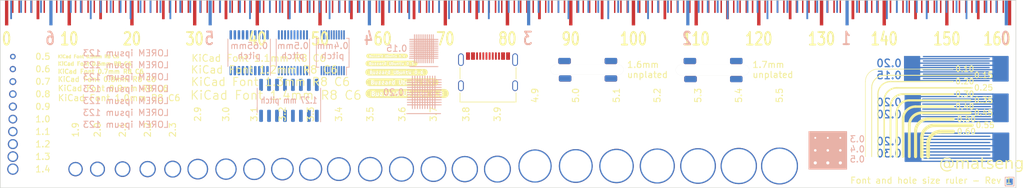
<source format=kicad_pcb>
(kicad_pcb (version 20221018) (generator pcbnew)
  (title_block (comment 4 "AISLER Project ID: ZVRPNIWT"))
  (layers (0 "F.Cu" signal) (31 "B.Cu" signal) (34 "B.Paste" user) (35 "F.Paste" user) (36 "B.SilkS" user "B.Silkscreen") (37 "F.SilkS" user "F.Silkscreen") (38 "B.Mask" user) (39 "F.Mask" user) (44 "Edge.Cuts" user))
  (net 0 "")
  (net 1 "GND")
  (net 2 "Net-(J1-GND-PadA1)")
  (net 3 "Net-(J1-VBUS-PadA4)")
  (footprint "Ruler:1.4" (layer "F.Cu") (at 54.5 97)
    (fp_text reference "REF**" hide)
    (fp_text value "1.4" hide)
    (pad "" np_thru_hole circle (at 0 0) (size 0.4 0.4) (drill 1.4) (layers "F&B.Cu"))
  )
  (footprint "Ruler:0.6" (layer "F.Cu") (at 54.5 81 -90)
    (fp_text reference "REF**" hide)
    (fp_text value "0.6" hide)
    (pad "" np_thru_hole circle (at 0 0 270) (size 0.4 0.4) (drill 0.6) (layers "F&B.Cu"))
  )
  (footprint "Ruler:2.2" (layer "F.Cu") (at 73.5 93.5)
    (fp_text reference "REF**" hide)
    (fp_text value "2.2" hide)
    (pad "" np_thru_hole circle (at 0 0) (size 0.4 0.4) (drill 2.2) (layers "F&B.Cu"))
  )
  (footprint "" (layer "F.Cu") (at 147.4 79.7)
    (fp_text reference "" (at 0 0) (layer "F.SilkS") (effects (font (size 1.27 1.27))))
    (fp_text value "" (at 0 0) (layer "F.SilkS") (effects (font (size 1.27 1.27))))
    (pad "1" smd roundrect (at 0 0 90) (size 1 2) (layers "F.Cu" "F.Paste" "F.Mask"))
  )
  (footprint "Ruler:2.0" (layer "F.Cu") (at 65.5 93.5)
    (fp_text reference "REF**" hide)
    (fp_text value "2.0" hide)
    (pad "" np_thru_hole circle (at 0 0) (size 0.4 0.4) (drill 2) (layers "F&B.Cu"))
  )
  (footprint "Ruler:1.3" (layer "F.Cu") (at 54.5 95 -90)
    (fp_text reference "REF**" hide)
    (fp_text value "1.3" hide)
    (pad "" np_thru_hole circle (at 0 0 270) (size 0.4 0.4) (drill 1.3) (layers "F&B.Cu"))
  )
  (footprint "Ruler:5.0" (layer "F.Cu") (at 141.799006 90)
    (fp_text reference "REF**" hide)
    (fp_text value "5.0" hide)
    (pad "" np_thru_hole circle (at 0 0) (size 0.4 0.4) (drill 5) (layers "F&B.Cu"))
  )
  (footprint "" (layer "F.Cu") (at 140.1 82.5)
    (fp_text reference "" (at 0 0) (layer "F.SilkS") (effects (font (size 1.27 1.27))))
    (fp_text value "" (at 0 0) (layer "F.SilkS") (effects (font (size 1.27 1.27))))
    (pad "1" smd roundrect (at 0 0 90) (size 1 2) (layers "F.Cu" "F.Paste" "F.Mask"))
  )
  (footprint "kibuzzard-64B6E609" (layer "F.Cu") (at 111.7 78.9)
    (fp_text reference "kibuzzard-64B6E609" hide)
    (fp_text value "G***" hide)
  )
  (footprint "Ruler:1.1" (layer "F.Cu") (at 54.5 91 -90)
    (fp_text reference "REF**" hide)
    (fp_text value "1.1" hide)
    (pad "" np_thru_hole circle (at 0 0 270) (size 0.4 0.4) (drill 1.1) (layers "F&B.Cu"))
  )
  (footprint "" (layer "F.Cu") (at 140 79.7)
    (fp_text reference "" (at 0 0) (layer "F.SilkS") (effects (font (size 1.27 1.27))))
    (fp_text value "" (at 0 0) (layer "F.SilkS") (effects (font (size 1.27 1.27))))
    (pad "1" smd roundrect (at 0 0 90) (size 1 2) (layers "F.Cu" "F.Paste" "F.Mask"))
  )
  (footprint "Ruler:2.3" (layer "F.Cu") (at 77.5 93.5)
    (fp_text reference "REF**" hide)
    (fp_text value "2.3" hide)
    (pad "" np_thru_hole circle (at 0 0) (size 0.4 0.4) (drill 2.3) (layers "F&B.Cu"))
  )
  (footprint "Ruler:3.3" (layer "F.Cu") (at 99.5 92)
    (fp_text reference "REF**" hide)
    (fp_text value "3.3" hide)
    (pad "" np_thru_hole circle (at 0 0) (size 0.4 0.4) (drill 3.3) (layers "F&B.Cu"))
  )
  (footprint "Ruler:3.8" (layer "F.Cu") (at 124.299006 92)
    (fp_text reference "REF**" hide)
    (fp_text value "3.8" hide)
    (pad "" np_thru_hole circle (at 0 0) (size 0.4 0.4) (drill 3.8) (layers "F&B.Cu"))
  )
  (footprint "Ruler:5.3" (layer "F.Cu") (at 161.299006 90)
    (fp_text reference "REF**" hide)
    (fp_text value "5.3" hide)
    (pad "" np_thru_hole circle (at 0 0) (size 0.4 0.4) (drill 5.3) (layers "F&B.Cu"))
  )
  (footprint "Ruler:3.7" (layer "F.Cu") (at 119.099503 92)
    (fp_text reference "REF**" hide)
    (fp_text value "3.7" hide)
    (pad "" np_thru_hole circle (at 0 0) (size 0.4 0.4) (drill 3.7) (layers "F&B.Cu"))
  )
  (footprint "Ruler:0.7" (layer "F.Cu") (at 54.5 83 -90)
    (fp_text reference "REF**" hide)
    (fp_text value "0.7" hide)
    (pad "" np_thru_hole circle (at 0 0 270) (size 0.4 0.4) (drill 0.7) (layers "F&B.Cu"))
  )
  (footprint "Ruler:3.5" (layer "F.Cu") (at 109 92)
    (fp_text reference "REF**" hide)
    (fp_text value "3.5" hide)
    (pad "" np_thru_hole circle (at 0 0) (size 0.4 0.4) (drill 3.5) (layers "F&B.Cu"))
  )
  (footprint "Ruler:3.0" (layer "F.Cu") (at 86 92)
    (fp_text reference "REF**" hide)
    (fp_text value "3.0" hide)
    (pad "" np_thru_hole circle (at 0 0) (size 0.4 0.4) (drill 3) (layers "F&B.Cu"))
  )
  (footprint "Ruler:3.6" (layer "F.Cu") (at 114.099503 92)
    (fp_text reference "REF**" hide)
    (fp_text value "3.6" hide)
    (pad "" np_thru_hole circle (at 0 0) (size 0.4 0.4) (drill 3.6) (layers "F&B.Cu"))
  )
  (footprint "Ruler:1.0" (layer "F.Cu") (at 54.5 89 -90)
    (fp_text reference "REF**" hide)
    (fp_text value "1.0" hide)
    (pad "" np_thru_hole circle (at 0 0 270) (size 0.4 0.4) (drill 1) (layers "F&B.Cu"))
  )
  (footprint "Ruler:5.5" (layer "F.Cu") (at 174.299006 90)
    (fp_text reference "REF**" hide)
    (fp_text value "5.5" hide)
    (pad "" np_thru_hole circle (at 0 0) (size 0.4 0.4) (drill 5.5) (layers "F&B.Cu"))
  )
  (footprint "Ruler:0.9" (layer "F.Cu") (at 54.5 87 -90)
    (fp_text reference "REF**" hide)
    (fp_text value "0.9" hide)
    (pad "" np_thru_hole circle (at 0 0 270) (size 0.4 0.4) (drill 0.9) (layers "F&B.Cu"))
  )
  (footprint "" (layer "F.Cu") (at 167.4 79.7)
    (fp_text reference "" (at 0 0) (layer "F.SilkS") (effects (font (size 1.27 1.27))))
    (fp_text value "" (at 0 0) (layer "F.SilkS") (effects (font (size 1.27 1.27))))
    (pad "1" smd roundrect (at 0 0 90) (size 1 2) (layers "F.Cu" "F.Paste" "F.Mask"))
  )
  (footprint "" (layer "F.Cu") (at 167.4 82.6)
    (fp_text reference "" (at 0 0) (layer "F.SilkS") (effects (font (size 1.27 1.27))))
    (fp_text value "" (at 0 0) (layer "F.SilkS") (effects (font (size 1.27 1.27))))
    (pad "1" smd roundrect (at 0 0 90) (size 1 2) (layers "F.Cu" "F.Paste" "F.Mask"))
  )
  (footprint "kibuzzard-64B6E5A6" (layer "F.Cu") (at 113.2 81.5)
    (fp_text reference "kibuzzard-64B6E5A6" hide)
    (fp_text value "G***" hide)
  )
  (footprint "Ruler:3.2" (layer "F.Cu") (at 95 92)
    (fp_text reference "REF**" hide)
    (fp_text value "3.2" hide)
    (pad "" np_thru_hole circle (at 0 0) (size 0.4 0.4) (drill 3.2) (layers "F&B.Cu"))
  )
  (footprint "Ruler:3.1" (layer "F.Cu") (at 90.5 92)
    (fp_text reference "REF**" hide)
    (fp_text value "3.1" hide)
    (pad "" np_thru_hole circle (at 0 0) (size 0.4 0.4) (drill 3.1) (layers "F&B.Cu"))
  )
  (footprint "kibuzzard-64B6E5EB" (layer "F.Cu") (at 114.9 84.9)
    (fp_text reference "kibuzzard-64B6E5EB" hide)
    (fp_text value "G***" hide)
  )
  (footprint "Ruler:1.9" (layer "F.Cu") (at 62 93.5)
    (fp_text reference "REF**" hide)
    (fp_text value "1.9" hide)
    (pad "" np_thru_hole circle (at 0 0) (size 0.4 0.4) (drill 1.9) (layers "F&B.Cu"))
  )
  (footprint "" (layer "F.Cu") (at 160 79.7)
    (fp_text reference "" (at 0 0) (layer "F.SilkS") (effects (font (size 1.27 1.27))))
    (fp_text value "" (at 0 0) (layer "F.SilkS") (effects (font (size 1.27 1.27))))
    (pad "1" smd roundrect (at 0 0 90) (size 1 2) (layers "F.Cu" "F.Paste" "F.Mask"))
  )
  (footprint "Ruler:5.2" (layer "F.Cu") (at 154.799006 90)
    (fp_text reference "REF**" hide)
    (fp_text value "5.2" hide)
    (pad "" np_thru_hole circle (at 0 0) (size 0.4 0.4) (drill 5.2) (layers "F&B.Cu"))
  )
  (footprint "Ruler:0.8" (layer "F.Cu") (at 54.5 85 -90)
    (fp_text reference "REF**" hide)
    (fp_text value "0.8" hide)
    (pad "" np_thru_hole circle (at 0 0 270) (size 0.4 0.4) (drill 0.8) (layers "F&B.Cu"))
  )
  (footprint "Ruler:0.5" (layer "F.Cu") (at 54.5 79 -90)
    (fp_text reference "REF**" hide)
    (fp_text value "0.5" hide)
    (pad "" np_thru_hole circle (at 0 0 270) (size 0.4 0.4) (drill 0.5) (layers "F&B.Cu"))
  )
  (footprint "kibuzzard-64B6E5BD" (layer "F.Cu") (at 114.1 83.1)
    (fp_text reference "kibuzzard-64B6E5BD" hide)
    (fp_text value "G***" hide)
  )
  (footprint "" (layer "F.Cu") (at 160.1 82.6)
    (fp_text reference "" (at 0 0) (layer "F.SilkS") (effects (font (size 1.27 1.27))))
    (fp_text value "" (at 0 0) (layer "F.SilkS") (effects (font (size 1.27 1.27))))
    (pad "1" smd roundrect (at 0 0 90) (size 1 2) (layers "F.Cu" "F.Paste" "F.Mask"))
  )
  (footprint "Ruler:1.2" (layer "F.Cu") (at 54.5 93 -90)
    (fp_text reference "REF**" hide)
    (fp_text value "1.2" hide)
    (pad "" np_thru_hole circle (at 0 0 270) (size 0.4 0.4) (drill 1.2) (layers "F&B.Cu"))
  )
  (footprint "Ruler:2.9" (layer "F.Cu") (at 81.5 92)
    (fp_text reference "REF**" hide)
    (fp_text value "2.9" hide)
    (pad "" np_thru_hole circle (at 0 0) (size 0.4 0.4) (drill 2.9) (layers "F&B.Cu"))
  )
  (footprint "Ruler:3.9" (layer "F.Cu") (at 129.299006 92)
    (fp_text reference "REF**" hide)
    (fp_text value "3.9" hide)
    (pad "" np_thru_hole circle (at 0 0) (size 0.4 0.4) (drill 3.9) (layers "F&B.Cu"))
  )
  (footprint "Ruler:4.9" (layer "F.Cu") (at 135.299006 90)
    (fp_text reference "REF**" hide)
    (fp_text value "4.9" hide)
    (pad "" np_thru_hole circle (at 0 0) (size 0.4 0.4) (drill 4.9) (layers "F&B.Cu"))
  )
  (footprint "Ruler:5.1" (layer "F.Cu") (at 148.299006 90)
    (fp_text reference "REF**" hide)
    (fp_text value "5.1" hide)
    (pad "" np_thru_hole circle (at 0 0) (size 0.4 0.4) (drill 5.1) (layers "F&B.Cu"))
  )
  (footprint "" (layer "F.Cu") (at 147.4 82.5)
    (fp_text reference "" (at 0 0) (layer "F.SilkS") (effects (font (size 1.27 1.27))))
    (fp_text value "" (at 0 0) (layer "F.SilkS") (effects (font (size 1.27 1.27))))
    (pad "1" smd roundrect (at 0 0 90) (size 1 2) (layers "F.Cu" "F.Paste" "F.Mask"))
  )
  (footprint "Ruler:2.1" (layer "F.Cu") (at 69.5 93.5)
    (fp_text reference "REF**" hide)
    (fp_text value "2.1" hide)
    (pad "" np_thru_hole circle (at 0 0) (size 0.4 0.4) (drill 2.1) (layers "F&B.Cu"))
  )
  (footprint "Connector_USB:USB_C_Receptacle_Palconn_UTC16-G" (layer "F.Cu") (at 127.8 81.425)
    (fp_text reference "J1" hide)
    (fp_text value "USB_C_Receptacle_USB2.0" hide)
    (pad "" np_thru_hole circle (at -2.89 -1.45 180) (size 0.6 0.6) (drill 0.6) (layers "*.Cu" "*.Mask"))
    (pad "" np_thru_hole circle (at 2.89 -1.45 180) (size 0.6 0.6) (drill 0.6) (layers "*.Cu" "*.Mask"))
    (pad "A1" smd rect (at -3.2 -2.51) (size 0.6 1.16) (layers "F.Cu" "F.Paste" "F.Mask") (net 2 "Net-(J1-GND-PadA1)"))
    (pad "A4" smd rect (at -2.4 -2.51) (size 0.6 1.16) (layers "F.Cu" "F.Paste" "F.Mask") (net 3 "Net-(J1-VBUS-PadA4)"))
    (pad "A5" smd rect (at -1.25 -2.51 180) (size 0.3 1.16) (layers "F.Cu" "F.Paste" "F.Mask"))
    (pad "A6" smd rect (at -0.25 -2.51 180) (size 0.3 1.16) (layers "F.Cu" "F.Paste" "F.Mask"))
    (pad "A7" smd rect (at 0.25 -2.51 180) (size 0.3 1.16) (layers "F.Cu" "F.Paste" "F.Mask"))
    (pad "A8" smd rect (at 1.25 -2.51 180) (size 0.3 1.16) (layers "F.Cu" "F.Paste" "F.Mask"))
    (pad "A9" smd rect (at 2.4 -2.51) (size 0.6 1.16) (layers "F.Cu" "F.Paste" "F.Mask") (net 3 "Net-(J1-VBUS-PadA4)"))
    (pad "A12" smd rect (at 3.2 -2.51) (size 0.6 1.16) (layers "F.Cu" "F.Paste" "F.Mask") (net 2 "Net-(J1-GND-PadA1)"))
    (pad "B1" smd rect (at 3.2 -2.51) (size 0.6 1.16) (layers "F.Cu" "F.Paste" "F.Mask") (net 2 "Net-(J1-GND-PadA1)"))
    (pad "B4" smd rect (at 2.4 -2.51) (size 0.6 1.16) (layers "F.Cu" "F.Paste" "F.Mask") (net 3 "Net-(J1-VBUS-PadA4)"))
    (pad "B5" smd rect (at 1.75 -2.51 180) (size 0.3 1.16) (layers "F.Cu" "F.Paste" "F.Mask"))
    (pad "B6" smd rect (at 0.75 -2.51 180) (size 0.3 1.16) (layers "F.Cu" "F.Paste" "F.Mask"))
    (pad "B7" smd rect (at -0.75 -2.51 180) (size 0.3 1.16) (layers "F.Cu" "F.Paste" "F.Mask"))
    (pad "B8" smd rect (at -1.75 -2.51 180) (size 0.3 1.16) (layers "F.Cu" "F.Paste" "F.Mask"))
    (pad "B9" smd rect (at -2.4 -2.51) (size 0.6 1.16) (layers "F.Cu" "F.Paste" "F.Mask") (net 3 "Net-(J1-VBUS-PadA4)"))
    (pad "B12" smd rect (at -3.2 -2.51) (size 0.6 1.16) (layers "F.Cu" "F.Paste" "F.Mask") (net 2 "Net-(J1-GND-PadA1)"))
    (pad "S1" thru_hole oval (at -4.32 -1.93 90) (size 2 0.9) (drill oval 1.7 0.6) (layers "*.Cu" "*.Mask"))
    (pad "S1" thru_hole oval (at -4.32 2.24 90) (size 1.7 0.9) (drill oval 1.4 0.6) (layers "*.Cu" "*.Mask"))
    (pad "S1" thru_hole oval (at 4.32 -1.93 90) (size 2 0.9) (drill oval 1.7 0.6) (layers "*.Cu" "*.Mask"))
    (pad "S1" thru_hole oval (at 4.32 2.24 90) (size 1.7 0.9) (drill oval 1.4 0.6) (layers "*.Cu" "*.Mask"))
  )
  (footprint "kibuzzard-64B6E591" (layer "F.Cu") (at 112.4 80.1)
    (fp_text reference "kibuzzard-64B6E591" hide)
    (fp_text value "G***" hide)
  )
  (footprint "Ruler:5.4" (layer "F.Cu") (at 167.799006 90)
    (fp_text reference "REF**" hide)
    (fp_text value "5.4" hide)
    (pad "" np_thru_hole circle (at 0 0) (size 0.4 0.4) (drill 5.4) (layers "F&B.Cu"))
  )
  (footprint "" (layer "B.Cu") (at 147.4 82.5 180)
    (fp_text reference "" (at 0 0) (layer "B.SilkS") (effects (font (size 1.27 1.27)) (justify mirror)))
    (fp_text value "" (at 0 0) (layer "B.SilkS") (effects (font (size 1.27 1.27)) (justify mirror)))
    (pad "1" smd roundrect (at 0 0 90) (size 1 2) (layers "B.Cu" "B.Paste" "B.Mask"))
  )
  (footprint "" (layer "B.Cu") (at 147.4 79.7 180)
    (fp_text reference "" (at 0 0) (layer "B.SilkS") (effects (font (size 1.27 1.27)) (justify mirror)))
    (fp_text value "" (at 0 0) (layer "B.SilkS") (effects (font (size 1.27 1.27)) (justify mirror)))
    (pad "1" smd roundrect (at 0 0 90) (size 1 2) (layers "B.Cu" "B.Paste" "B.Mask"))
  )
  (footprint "" (layer "B.Cu") (at 140.1 82.5 180)
    (fp_text reference "" (at 0 0) (layer "B.SilkS") (effects (font (size 1.27 1.27)) (justify mirror)))
    (fp_text value "" (at 0 0) (layer "B.SilkS") (effects (font (size 1.27 1.27)) (justify mirror)))
    (pad "1" smd roundrect (at 0 0 90) (size 1 2) (layers "B.Cu" "B.Paste" "B.Mask"))
  )
  (footprint "Package_SO:SOIC-16_3.9x9.9mm_P1.27mm" (layer "B.Cu") (at 96.04 86 90)
    (fp_text reference "REF**" hide)
    (fp_text value "SOIC-16_3.9x9.9mm_P1.27mm" hide)
    (pad "1" smd roundrect (at -2.475 4.445 90) (size 1.95 0.6) (layers "B.Cu" "B.Paste" "B.Mask"))
    (pad "2" smd roundrect (at -2.475 3.175 90) (size 1.95 0.6) (layers "B.Cu" "B.Paste" "B.Mask"))
    (pad "3" smd roundrect (at -2.475 1.905 90) (size 1.95 0.6) (layers "B.Cu" "B.Paste" "B.Mask"))
    (pad "4" smd roundrect (at -2.475 0.635 90) (size 1.95 0.6) (layers "B.Cu" "B.Paste" "B.Mask"))
    (pad "5" smd roundrect (at -2.475 -0.635 90) (size 1.95 0.6) (layers "B.Cu" "B.Paste" "B.Mask"))
    (pad "6" smd roundrect (at -2.475 -1.905 90) (size 1.95 0.6) (layers "B.Cu" "B.Paste" "B.Mask"))
    (pad "7" smd roundrect (at -2.475 -3.175 90) (size 1.95 0.6) (layers "B.Cu" "B.Paste" "B.Mask"))
    (pad "8" smd roundrect (at -2.475 -4.445 90) (size 1.95 0.6) (layers "B.Cu" "B.Paste" "B.Mask"))
    (pad "9" smd roundrect (at 2.475 -4.445 90) (size 1.95 0.6) (layers "B.Cu" "B.Paste" "B.Mask"))
    (pad "10" smd roundrect (at 2.475 -3.175 90) (size 1.95 0.6) (layers "B.Cu" "B.Paste" "B.Mask"))
    (pad "11" smd roundrect (at 2.475 -1.905 90) (size 1.95 0.6) (layers "B.Cu" "B.Paste" "B.Mask"))
    (pad "12" smd roundrect (at 2.475 -0.635 90) (size 1.95 0.6) (layers "B.Cu" "B.Paste" "B.Mask"))
    (pad "13" smd roundrect (at 2.475 0.635 90) (size 1.95 0.6) (layers "B.Cu" "B.Paste" "B.Mask"))
    (pad "14" smd roundrect (at 2.475 1.905 90) (size 1.95 0.6) (layers "B.Cu" "B.Paste" "B.Mask"))
    (pad "15" smd roundrect (at 2.475 3.175 90) (size 1.95 0.6) (layers "B.Cu" "B.Paste" "B.Mask"))
    (pad "16" smd roundrect (at 2.475 4.445 90) (size 1.95 0.6) (layers "B.Cu" "B.Paste" "B.Mask"))
  )
  (footprint "Package_SO:TSSOP-20_4.4x5mm_P0.4mm" (layer "B.Cu") (at 103.025 78.39 90)
    (fp_text reference "REF**" hide)
    (fp_text value "TSSOP-20_4.4x5mm_P0.4mm" hide)
    (pad "1" smd roundrect (at -2.8625 1.8 90) (size 1.475 0.25) (layers "B.Cu" "B.Paste" "B.Mask"))
    (pad "2" smd roundrect (at -2.8625 1.4 90) (size 1.475 0.25) (layers "B.Cu" "B.Paste" "B.Mask"))
    (pad "3" smd roundrect (at -2.8625 1 90) (size 1.475 0.25) (layers "B.Cu" "B.Paste" "B.Mask"))
    (pad "4" smd roundrect (at -2.8625 0.6 90) (size 1.475 0.25) (layers "B.Cu" "B.Paste" "B.Mask"))
    (pad "5" smd roundrect (at -2.8625 0.2 90) (size 1.475 0.25) (layers "B.Cu" "B.Paste" "B.Mask"))
    (pad "6" smd roundrect (at -2.8625 -0.2 90) (size 1.475 0.25) (layers "B.Cu" "B.Paste" "B.Mask"))
    (pad "7" smd roundrect (at -2.8625 -0.6 90) (size 1.475 0.25) (layers "B.Cu" "B.Paste" "B.Mask"))
    (pad "8" smd roundrect (at -2.8625 -1 90) (size 1.475 0.25) (layers "B.Cu" "B.Paste" "B.Mask"))
    (pad "9" smd roundrect (at -2.8625 -1.4 90) (size 1.475 0.25) (layers "B.Cu" "B.Paste" "B.Mask"))
    (pad "10" smd roundrect (at -2.8625 -1.8 90) (size 1.475 0.25) (layers "B.Cu" "B.Paste" "B.Mask"))
    (pad "11" smd roundrect (at 2.8625 -1.8 90) (size 1.475 0.25) (layers "B.Cu" "B.Paste" "B.Mask"))
    (pad "12" smd roundrect (at 2.8625 -1.4 90) (size 1.475 0.25) (layers "B.Cu" "B.Paste" "B.Mask"))
    (pad "13" smd roundrect (at 2.8625 -1 90) (size 1.475 0.25) (layers "B.Cu" "B.Paste" "B.Mask"))
    (pad "14" smd roundrect (at 2.8625 -0.6 90) (size 1.475 0.25) (layers "B.Cu" "B.Paste" "B.Mask"))
    (pad "15" smd roundrect (at 2.8625 -0.2 90) (size 1.475 0.25) (layers "B.Cu" "B.Paste" "B.Mask"))
    (pad "16" smd roundrect (at 2.8625 0.2 90) (size 1.475 0.25) (layers "B.Cu" "B.Paste" "B.Mask"))
    (pad "17" smd roundrect (at 2.8625 0.6 90) (size 1.475 0.25) (layers "B.Cu" "B.Paste" "B.Mask"))
    (pad "18" smd roundrect (at 2.8625 1 90) (size 1.475 0.25) (layers "B.Cu" "B.Paste" "B.Mask"))
    (pad "19" smd roundrect (at 2.8625 1.4 90) (size 1.475 0.25) (layers "B.Cu" "B.Paste" "B.Mask"))
    (pad "20" smd roundrect (at 2.8625 1.8 90) (size 1.475 0.25) (layers "B.Cu" "B.Paste" "B.Mask"))
  )
  (footprint "" (layer "B.Cu") (at 160 79.7 180)
    (fp_text reference "" (at 0 0) (layer "B.SilkS") (effects (font (size 1.27 1.27)) (justify mirror)))
    (fp_text value "" (at 0 0) (layer "B.SilkS") (effects (font (size 1.27 1.27)) (justify mirror)))
    (pad "1" smd roundrect (at 0 0 90) (size 1 2) (layers "B.Cu" "B.Paste" "B.Mask"))
  )
  (footprint "TestPoint:TestPoint_Pad_1.0x1.0mm" (layer "B.Cu") (at 211 99 180)
    (fp_text reference "TP1" hide)
    (fp_text value "TestPoint" hide)
    (pad "1" smd rect (at 0 0 180) (size 1 1) (layers "B.Cu" "B.Mask") (net 1 "GND"))
  )
  (footprint "" (layer "B.Cu") (at 167.4 82.6 180)
    (fp_text reference "" (at 0 0) (layer "B.SilkS") (effects (font (size 1.27 1.27)) (justify mirror)))
    (fp_text value "" (at 0 0) (layer "B.SilkS") (effects (font (size 1.27 1.27)) (justify mirror)))
    (pad "1" smd roundrect (at 0 0 90) (size 1 2) (layers "B.Cu" "B.Paste" "B.Mask"))
  )
  (footprint "Ruler:3.4" (layer "B.Cu") (at 104 92 180)
    (fp_text reference "REF**" hide)
    (fp_text value "3.4" hide)
    (pad "" np_thru_hole circle (at 0 0 180) (size 0.4 0.4) (drill 3.4) (layers "F&B.Cu"))
  )
  (footprint "Package_SO:TSSOP-20_4.4x6.5mm_P0.65mm" (layer "B.Cu") (at 89.69 78.39 90)
    (fp_text reference "REF**" hide)
    (fp_text value "TSSOP-20_4.4x6.5mm_P0.65mm" hide)
    (pad "1" smd roundrect (at -2.8625 2.925 90) (size 1.475 0.4) (layers "B.Cu" "B.Paste" "B.Mask"))
    (pad "2" smd roundrect (at -2.8625 2.275 90) (size 1.475 0.4) (layers "B.Cu" "B.Paste" "B.Mask"))
    (pad "3" smd roundrect (at -2.8625 1.625 90) (size 1.475 0.4) (layers "B.Cu" "B.Paste" "B.Mask"))
    (pad "4" smd roundrect (at -2.8625 0.975 90) (size 1.475 0.4) (layers "B.Cu" "B.Paste" "B.Mask"))
    (pad "5" smd roundrect (at -2.8625 0.325 90) (size 1.475 0.4) (layers "B.Cu" "B.Paste" "B.Mask"))
    (pad "6" smd roundrect (at -2.8625 -0.325 90) (size 1.475 0.4) (layers "B.Cu" "B.Paste" "B.Mask"))
    (pad "7" smd roundrect (at -2.8625 -0.975 90) (size 1.475 0.4) (layers "B.Cu" "B.Paste" "B.Mask"))
    (pad "8" smd roundrect (at -2.8625 -1.625 90) (size 1.475 0.4) (layers "B.Cu" "B.Paste" "B.Mask"))
    (pad "9" smd roundrect (at -2.8625 -2.275 90) (size 1.475 0.4) (layers "B.Cu" "B.Paste" "B.Mask"))
    (pad "10" smd roundrect (at -2.8625 -2.925 90) (size 1.475 0.4) (layers "B.Cu" "B.Paste" "B.Mask"))
    (pad "11" smd roundrect (at 2.8625 -2.925 90) (size 1.475 0.4) (layers "B.Cu" "B.Paste" "B.Mask"))
    (pad "12" smd roundrect (at 2.8625 -2.275 90) (size 1.475 0.4) (layers "B.Cu" "B.Paste" "B.Mask"))
    (pad "13" smd roundrect (at 2.8625 -1.625 90) (size 1.475 0.4) (layers "B.Cu" "B.Paste" "B.Mask"))
    (pad "14" smd roundrect (at 2.8625 -0.975 90) (size 1.475 0.4) (layers "B.Cu" "B.Paste" "B.Mask"))
    (pad "15" smd roundrect (at 2.8625 -0.325 90) (size 1.475 0.4) (layers "B.Cu" "B.Paste" "B.Mask"))
    (pad "16" smd roundrect (at 2.8625 0.325 90) (size 1.475 0.4) (layers "B.Cu" "B.Paste" "B.Mask"))
    (pad "17" smd roundrect (at 2.8625 0.975 90) (size 1.475 0.4) (layers "B.Cu" "B.Paste" "B.Mask"))
    (pad "18" smd roundrect (at 2.8625 1.625 90) (size 1.475 0.4) (layers "B.Cu" "B.Paste" "B.Mask"))
    (pad "19" smd roundrect (at 2.8625 2.275 90) (size 1.475 0.4) (layers "B.Cu" "B.Paste" "B.Mask"))
    (pad "20" smd roundrect (at 2.8625 2.925 90) (size 1.475 0.4) (layers "B.Cu" "B.Paste" "B.Mask"))
  )
  (footprint "" (layer "B.Cu") (at 160.1 82.6 180)
    (fp_text reference "" (at 0 0) (layer "B.SilkS") (effects (font (size 1.27 1.27)) (justify mirror)))
    (fp_text value "" (at 0 0) (layer "B.SilkS") (effects (font (size 1.27 1.27)) (justify mirror)))
    (pad "1" smd roundrect (at 0 0 90) (size 1 2) (layers "B.Cu" "B.Paste" "B.Mask"))
  )
  (footprint "Package_SO:TSSOP-20_4.4x5mm_P0.5mm" (layer "B.Cu") (at 96.675 78.39 90)
    (fp_text reference "REF**" hide)
    (fp_text value "TSSOP-20_4.4x5mm_P0.5mm" hide)
    (pad "1" smd roundrect (at -2.8625 2.25 90) (size 1.475 0.3) (layers "B.Cu" "B.Paste" "B.Mask"))
    (pad "2" smd roundrect (at -2.8625 1.75 90) (size 1.475 0.3) (layers "B.Cu" "B.Paste" "B.Mask"))
    (pad "3" smd roundrect (at -2.8625 1.25 90) (size 1.475 0.3) (layers "B.Cu" "B.Paste" "B.Mask"))
    (pad "4" smd roundrect (at -2.8625 0.75 90) (size 1.475 0.3) (layers "B.Cu" "B.Paste" "B.Mask"))
    (pad "5" smd roundrect (at -2.8625 0.25 90) (size 1.475 0.3) (layers "B.Cu" "B.Paste" "B.Mask"))
    (pad "6" smd roundrect (at -2.8625 -0.25 90) (size 1.475 0.3) (layers "B.Cu" "B.Paste" "B.Mask"))
    (pad "7" smd roundrect (at -2.8625 -0.75 90) (size 1.475 0.3) (layers "B.Cu" "B.Paste" "B.Mask"))
    (pad "8" smd roundrect (at -2.8625 -1.25 90) (size 1.475 0.3) (layers "B.Cu" "B.Paste" "B.Mask"))
    (pad "9" smd roundrect (at -2.8625 -1.75 90) (size 1.475 0.3) (layers "B.Cu" "B.Paste" "B.Mask"))
    (pad "10" smd roundrect (at -2.8625 -2.25 90) (size 1.475 0.3) (layers "B.Cu" "B.Paste" "B.Mask"))
    (pad "11" smd roundrect (at 2.8625 -2.25 90) (size 1.475 0.3) (layers "B.Cu" "B.Paste" "B.Mask"))
    (pad "12" smd roundrect (at 2.8625 -1.75 90) (size 1.475 0.3) (layers "B.Cu" "B.Paste" "B.Mask"))
    (pad "13" smd roundrect (at 2.8625 -1.25 90) (size 1.475 0.3) (layers "B.Cu" "B.Paste" "B.Mask"))
    (pad "14" smd roundrect (at 2.8625 -0.75 90) (size 1.475 0.3) (layers "B.Cu" "B.Paste" "B.Mask"))
    (pad "15" smd roundrect (at 2.8625 -0.25 90) (size 1.475 0.3) (layers "B.Cu" "B.Paste" "B.Mask"))
    (pad "16" smd roundrect (at 2.8625 0.25 90) (size 1.475 0.3) (layers "B.Cu" "B.Paste" "B.Mask"))
    (pad "17" smd roundrect (at 2.8625 0.75 90) (size 1.475 0.3) (layers "B.Cu" "B.Paste" "B.Mask"))
    (pad "18" smd roundrect (at 2.8625 1.25 90) (size 1.475 0.3) (layers "B.Cu" "B.Paste" "B.Mask"))
    (pad "19" smd roundrect (at 2.8625 1.75 90) (size 1.475 0.3) (layers "B.Cu" "B.Paste" "B.Mask"))
    (pad "20" smd roundrect (at 2.8625 2.25 90) (size 1.475 0.3) (layers "B.Cu" "B.Paste" "B.Mask"))
  )
  (footprint "" (layer "B.Cu") (at 140 79.7 180)
    (fp_text reference "" (at 0 0) (layer "B.SilkS") (effects (font (size 1.27 1.27)) (justify mirror)))
    (fp_text value "" (at 0 0) (layer "B.SilkS") (effects (font (size 1.27 1.27)) (justify mirror)))
    (pad "1" smd roundrect (at 0 0 90) (size 1 2) (layers "B.Cu" "B.Paste" "B.Mask"))
  )
  (footprint "" (layer "B.Cu") (at 167.4 79.7 180)
    (fp_text reference "" (at 0 0) (layer "B.SilkS") (effects (font (size 1.27 1.27)) (justify mirror)))
    (fp_text value "" (at 0 0) (layer "B.SilkS") (effects (font (size 1.27 1.27)) (justify mirror)))
    (pad "1" smd roundrect (at 0 0 90) (size 1 2) (layers "B.Cu" "B.Paste" "B.Mask"))
  )
  (gr_rect (start 53.9 70) (end 54.1 72) (stroke (width 0.01)) (fill solid) (layer "F.Cu"))
  (gr_rect (start 167.9 70) (end 168.1 72) (stroke (width 0.01)) (fill solid) (layer "F.Cu"))
  (gr_rect (start 166.9 70) (end 167.1 72) (stroke (width 0.01)) (fill solid) (layer "F.Cu"))
  (gr_rect (start 205.8 70) (end 206.2 73) (stroke (width 0.01)) (fill solid) (layer "F.Cu"))
  (gr_rect (start 169.9 70) (end 170.1 72) (stroke (width 0.01)) (fill solid) (layer "F.Cu"))
  (gr_rect (start 50.75 70) (end 51.25 74) (stroke (width 0.01)) (fill solid) (layer "F.Cu"))
  (gr_rect (start 190.75 70) (end 191.25 74) (stroke (width 0.01)) (fill solid) (layer "F.Cu"))
  (gr_rect (start 84.9 70) (end 85.1 72) (stroke (width 0.01)) (fill solid) (layer "F.Cu"))
  (gr_rect (start 108.9 70) (end 109.1 72) (stroke (width 0.01)) (fill solid) (layer "F.Cu"))
  (gr_rect (start 124.9 70) (end 125.1 72) (stroke (width 0.01)) (fill solid) (layer "F.Cu"))
  (gr_rect (start 99.9 70) (end 100.1 72) (stroke (width 0.01)) (fill solid) (layer "F.Cu"))
  (gr_rect (start 199.9 70) (end 200.1 72) (stroke (width 0.01)) (fill solid) (layer "F.Cu"))
  (gr_rect (start 85.8 70) (end 86.2 73) (stroke (width 0.01)) (fill solid) (layer "F.Cu"))
  (gr_rect (start 151.9 70) (end 152.1 72) (stroke (width 0.01)) (fill solid) (layer "F.Cu"))
  (gr_rect (start 173.9 70) (end 174.1 72) (stroke (width 0.01)) (fill solid) (layer "F.Cu"))
  (gr_rect (start 183.9 70) (end 184.1 72) (stroke (width 0.01)) (fill solid) (layer "F.Cu"))
  (gr_rect (start 99.9 70) (end 100.1 72) (stroke (width 0.01)) (fill solid) (layer "F.Cu"))
  (gr_rect (start 77.9 70) (end 78.1 72) (stroke (width 0.01)) (fill solid) (layer "F.Cu"))
  (gr_rect (start 128.9 70) (end 129.1 72) (stroke (width 0.01)) (fill solid) (layer "F.Cu"))
  (gr_rect (start 195.8 70) (end 196.2 73) (stroke (width 0.01)) (fill solid) (layer "F.Cu"))
  (gr_rect (start 72.9 70) (end 73.1 72) (stroke (width 0.01)) (fill solid) (layer "F.Cu"))
  (gr_rect (start 64.9 70) (end 65.1 72) (stroke (width 0.01)) (fill solid) (layer "F.Cu"))
  (gr_rect (start 67.9 70) (end 68.1 72) (stroke (width 0.01)) (fill solid) (layer "F.Cu"))
  (gr_rect (start 97.9 70) (end 98.1 72) (stroke (width 0.01)) (fill solid) (layer "F.Cu"))
  (gr_rect (start 146.9 70) (end 147.1 72) (stroke (width 0.01)) (fill solid) (layer "F.Cu"))
  (gr_rect (start 95.8 70) (end 96.2 73) (stroke (width 0.01)) (fill solid) (layer "F.Cu"))
  (gr_rect (start 79.9 70) (end 80.1 72) (stroke (width 0.01)) (fill solid) (layer "F.Cu"))
  (gr_rect (start 94.9 70) (end 95.1 72) (stroke (width 0.01)) (fill solid) (layer "F.Cu"))
  (gr_rect (start 104.9 70) (end 105.1 72) (stroke (width 0.01)) (fill solid) (layer "F.Cu"))
  (gr_rect (start 79.9 70) (end 80.1 72) (stroke (width 0.01)) (fill solid) (layer "F.Cu"))
  (gr_rect (start 164.9 70) (end 165.1 72) (stroke (width 0.01)) (fill solid) (layer "F.Cu"))
  (gr_rect (start 119.9 70) (end 120.1 72) (stroke (width 0.01)) (fill solid) (layer "F.Cu"))
  (gr_rect (start 137.9 70) (end 138.1 72) (stroke (width 0.01)) (fill solid) (layer "F.Cu"))
  (gr_rect (start 59.9 70) (end 60.1 72) (stroke (width 0.01)) (fill solid) (layer "F.Cu"))
  (gr_rect (start 206.9 70) (end 207.1 72) (stroke (width 0.01)) (fill solid) (layer "F.Cu"))
  (gr_rect (start 74.9 70) (end 75.1 72) (stroke (width 0.01)) (fill solid) (layer "F.Cu"))
  (gr_rect (start 126.9 70) (end 127.1 72) (stroke (width 0.01)) (fill solid) (layer "F.Cu"))
  (gr_rect (start 165.8 70) (end 166.2 73) (stroke (width 0.01)) (fill solid) (layer "F.Cu"))
  (gr_rect (start 119.9 70) (end 120.1 72) (stroke (width 0.01)) (fill solid) (layer "F.Cu"))
  (gr_rect (start 176.9 70) (end 177.1 72) (stroke (width 0.01)) (fill solid) (layer "F.Cu"))
  (gr_rect (start 102.9 70) (end 103.1 72) (stroke (width 0.01)) (fill solid) (layer "F.Cu"))
  (gr_rect (start 149.9 70) (end 150.1 72) (stroke (width 0.01)) (fill solid) (layer "F.Cu"))
  (gr_rect (start 202.9 70) (end 203.1 72) (stroke (width 0.01)) (fill solid) (layer "F.Cu"))
  (gr_rect (start 153.9 70) (end 154.1 72) (stroke (width 0.01)) (fill solid) (layer "F.Cu"))
  (gr_rect (start 194.9 70) (end 195.1 72) (stroke (width 0.01)) (fill solid) (layer "F.Cu"))
  (gr_rect (start 160.75 70) (end 161.25 74) (stroke (width 0.01)) (fill solid) (layer "F.Cu"))
  (gr_rect (start 97.9 70) (end 98.1 72) (stroke (width 0.01)) (fill solid) (layer "F.Cu"))
  (gr_rect (start 180.75 70) (end 181.25 74) (stroke (width 0.01)) (fill solid) (layer "F.Cu"))
  (gr_rect (start 191.9 70) (end 192.1 72) (stroke (width 0.01)) (fill solid) (layer "F.Cu"))
  (gr_rect (start 193.9 70) (end 194.1 72) (stroke (width 0.01)) (fill solid) (layer "F.Cu"))
  (gr_rect (start 188.9 70) (end 189.1 72) (stroke (width 0.01)) (fill solid) (layer "F.Cu"))
  (gr_rect (start 113.9 70) (end 114.1 72) (stroke (width 0.01)) (fill solid) (layer "F.Cu"))
  (gr_rect (start 152.9 70) (end 153.1 72) (stroke (width 0.01)) (fill solid) (layer "F.Cu"))
  (gr_rect (start 71.9 70) (end 72.1 72) (stroke (width 0.01)) (fill solid) (layer "F.Cu"))
  (gr_rect (start 80.75 70) (end 81.25 74) (stroke (width 0.01)) (fill solid) (layer "F.Cu"))
  (gr_rect (start 182.9 70) (end 183.1 72) (stroke (width 0.01)) (fill solid) (layer "F.Cu"))
  (gr_rect (start 133.9 70) (end 134.1 72) (stroke (width 0.01)) (fill solid) (layer "F.Cu"))
  (gr_rect (start 51.9 70) (end 52.1 72) (stroke (width 0.01)) (fill solid) (layer "F.Cu"))
  (gr_rect (start 150.75 70) (end 151.25 74) (stroke (width 0.01)) (fill solid) (layer "F.Cu"))
  (gr_rect (start 60.75 70) (end 61.25 74) (stroke (width 0.01)) (fill solid) (layer "F.Cu"))
  (gr_rect (start 80.75 70) (end 81.25 74) (stroke (width 0.01)) (fill solid) (layer "F.Cu"))
  (gr_rect (start 135.8 70) (end 136.2 73) (stroke (width 0.01)) (fill solid) (layer "F.Cu"))
  (gr_rect (start 117.9 70) (end 118.1 72) (stroke (width 0.01)) (fill solid) (layer "F.Cu"))
  (gr_rect (start 75.8 70) (end 76.2 73) (stroke (width 0.01)) (fill solid) (layer "F.Cu"))
  (gr_rect (start 153.9 70) (end 154.1 72) (stroke (width 0.01)) (fill solid) (layer "F.Cu"))
  (gr_rect (start 88.9 70) (end 89.1 72) (stroke (width 0.01)) (fill solid) (layer "F.Cu"))
  (gr_rect (start 174.9 70) (end 175.1 72) (stroke (width 0.01)) (fill solid) (layer "F.Cu"))
  (gr_rect (start 196.9 70) (end 197.1 72) (stroke (width 0.01)) (fill solid) (layer "F.Cu"))
  (gr_rect (start 88.9 70) (end 89.1 72) (stroke (width 0.01)) (fill solid) (layer "F.Cu"))
  (gr_rect (start 187.9 70) (end 188.1 72) (stroke (width 0.01)) (fill solid) (layer "F.Cu"))
  (gr_rect (start 147.9 70) (end 148.1 72) (stroke (width 0.01)) (fill solid) (layer "F.Cu"))
  (gr_rect (start 104.9 70) (end 105.1 72) (stroke (width 0.01)) (fill solid) (layer "F.Cu"))
  (gr_rect (start 156.9 70) (end 157.1 72) (stroke (width 0.01)) (fill solid) (layer "F.Cu"))
  (gr_rect (start 127.9 70) (end 128.1 72) (stroke (width 0.01)) (fill solid) (layer "F.Cu"))
  (gr_rect (start 106.9 70) (end 107.1 72) (stroke (width 0.01)) (fill solid) (layer "F.Cu"))
  (gr_rect (start 173.9 70) (end 174.1 72) (stroke (width 0.01)) (fill solid) (layer "F.Cu"))
  (gr_rect (start 85.8 70) (end 86.2 73) (stroke (width 0.01)) (fill solid) (layer "F.Cu"))
  (gr_rect (start 203.9 70) (end 204.1 72) (stroke (width 0.01)) (fill solid) (layer "F.Cu"))
  (gr_rect (start 61.9 70) (end 62.1 72) (stroke (width 0.01)) (fill solid) (layer "F.Cu"))
  (gr_rect (start 52.9 70) (end 53.1 72) (stroke (width 0.01)) (fill solid) (layer "F.Cu"))
  (gr_rect (start 186.9 70) (end 187.1 72) (stroke (width 0.01)) (fill solid) (layer "F.Cu"))
  (gr_rect (start 120.75 70) (end 121.25 74) (stroke (width 0.01)) (fill solid) (layer "F.Cu"))
  (gr_rect (start 118.9 70) (end 119.1 72) (stroke (width 0.01)) (fill solid) (layer "F.Cu"))
  (gr_rect (start 204.9 70) (end 205.1 72) (stroke (width 0.01)) (fill solid) (layer "F.Cu"))
  (gr_rect (start 200.75 70) (end 201.25 74) (stroke (width 0.01)) (fill solid) (layer "F.Cu"))
  (gr_rect (start 82.9 70) (end 83.1 72) (stroke (width 0.01)) (fill solid) (layer "F.Cu"))
  (gr_rect (start 175.8 70) (end 176.2 73) (stroke (width 0.01)) (fill solid) (layer "F.Cu"))
  (gr_rect (start 206.9 70) (end 207.1 72) (stroke (width 0.01)) (fill solid) (layer "F.Cu"))
  (gr_rect (start 55.8 70) (end 56.2 73) (stroke (width 0.01)) (fill solid) (layer "F.Cu"))
  (gr_rect (start 161.9 70) (end 162.1 72) (stroke (width 0.01)) (fill solid) (layer "F.Cu"))
  (gr_rect (start 92.9 70) (end 93.1 72) (stroke (width 0.01)) (fill solid) (layer "F.Cu"))
  (gr_rect (start 187.9 70) (end 188.1 72) (stroke (width 0.01)) (fill solid) (layer "F.Cu"))
  (gr_rect (start 58.9 70) (end 59.1 72) (stroke (width 0.01)) (fill solid) (layer "F.Cu"))
  (gr_rect (start 56.9 70) (end 57.1 72) (stroke (width 0.01)) (fill solid) (layer "F.Cu"))
  (gr_rect (start 137.9 70) (end 138.1 72) (stroke (width 0.01)) (fill solid) (layer "F.Cu"))
  (gr_rect (start 115.8 70) (end 116.2 73) (stroke (width 0.01)) (fill solid) (layer "F.Cu"))
  (gr_rect (start 123.9 70) (end 124.1 72) (stroke (width 0.01)) (fill solid) (layer "F.Cu"))
  (gr_rect (start 54.9 70) (end 55.1 72) (stroke (width 0.01)) (fill solid) (layer "F.Cu"))
  (gr_rect (start 195.8 70) (end 196.2 73) (stroke (width 0.01)) (fill solid) (layer "F.Cu"))
  (gr_rect (start 160.75 70) (end 161.25 74) (stroke (width 0.01)) (fill solid) (layer "F.Cu"))
  (gr_rect (start 172.9 70) (end 173.1 72) (stroke (width 0.01)) (fill solid) (layer "F.Cu"))
  (gr_rect (start 86.9 70) (end 87.1 72) (stroke (width 0.01)) (fill solid) (layer "F.Cu"))
  (gr_rect (start 139.9 70) (end 140.1 72) (stroke (width 0.01)) (fill solid) (layer "F.Cu"))
  (gr_rect (start 134.9 70) (end 135.1 72) (stroke (width 0.01)) (fill solid) (layer "F.Cu"))
  (gr_rect (start 200.75 70) (end 201.25 74) (stroke (width 0.01)) (fill solid) (layer "F.Cu"))
  (gr_rect (start 177.9 70) (end 178.1 72) (stroke (width 0.01)) (fill solid) (layer "F.Cu"))
  (gr_rect (start 170.75 70) (end 171.25 74) (stroke (width 0.01)) (fill solid) (layer "F.Cu"))
  (gr_rect (start 87.9 70) (end 88.1 72) (stroke (width 0.01)) (fill solid) (layer "F.Cu"))
  (gr_rect (start 70.75 70) (end 71.25 74) (stroke (width 0.01)) (fill solid) (layer "F.Cu"))
  (gr_rect (start 122.9 70) (end 123.1 72) (stroke (width 0.01)) (fill solid) (layer "F.Cu"))
  (gr_rect (start 197.9 70) (end 198.1 72) (stroke (width 0.01)) (fill solid) (layer "F.Cu"))
  (gr_rect (start 69.9 70) (end 70.1 72) (stroke (width 0.01)) (fill solid) (layer "F.Cu"))
  (gr_rect (start 158.9 70) (end 159.1 72) (stroke (width 0.01)) (fill solid) (layer "F.Cu"))
  (gr_rect (start 100.75 70) (end 101.25 74) (stroke (width 0.01)) (fill solid) (layer "F.Cu"))
  (gr_rect (start 130.65 70) (end 131.15 74) (stroke (width 0.01)) (fill solid) (layer "F.Cu"))
  (gr_rect (start 66.9 70) (end 67.1 72) (stroke (width 0.01)) (fill solid) (layer "F.Cu"))
  (gr_rect (start 141.9 70) (end 142.1 72) (stroke (width 0.01)) (fill solid) (layer "F.Cu"))
  (gr_rect (start 132.9 70) (end 133.1 72) (stroke (width 0.01)) (fill solid) (layer "F.Cu"))
  (gr_rect (start 111.9 70) (end 112.1 72) (stroke (width 0.01)) (fill solid) (layer "F.Cu"))
  (gr_rect (start 120.75 70) (end 121.25 74) (stroke (width 0.01)) (fill solid) (layer "F.Cu"))
  (gr_rect (start 167.9 70) (end 168.1 72) (stroke (width 0.01)) (fill solid) (layer "F.Cu"))
  (gr_rect (start 145.8 70) (end 146.2 73) (stroke (width 0.01)) (fill solid) (layer "F.Cu"))
  (gr_rect (start 109.9 70) (end 110.1 72) (stroke (width 0.01)) (fill solid) (layer "F.Cu"))
  (gr_rect (start 166.9 70) (end 167.1 72) (stroke (width 0.01)) (fill solid) (layer "F.Cu"))
  (gr_rect (start 90.75 70) (end 91.25 74) (stroke (width 0.01)) (fill solid) (layer "F.Cu"))
  (gr_rect (start 136.9 70) (end 137.1 72) (stroke (width 0.01)) (fill solid) (layer "F.Cu"))
  (gr_rect (start 106.9 70) (end 107.1 72) (stroke (width 0.01)) (fill solid) (layer "F.Cu"))
  (gr_rect (start 209.9 70) (end 210.1 72) (stroke (width 0.01)) (fill solid) (layer "F.Cu"))
  (gr_rect (start 197.9 70) (end 198.1 72) (stroke (width 0.01)) (fill solid) (layer "F.Cu"))
  (gr_rect (start 69.9 70) (end 70.1 72) (stroke (width 0.01)) (fill solid) (layer "F.Cu"))
  (gr_rect (start 148.9 70) (end 149.1 72) (stroke (width 0.01)) (fill solid) (layer "F.Cu"))
  (gr_rect (start 103.9 70) (end 104.1 72) (stroke (width 0.01)) (fill solid) (layer "F.Cu"))
  (gr_rect (start 189.9 70) (end 190.1 72) (stroke (width 0.01)) (fill solid) (layer "F.Cu"))
  (gr_rect (start 202.9 70) (end 203.1 72) (stroke (width 0.01)) (fill solid) (layer "F.Cu"))
  (gr_rect (start 122.9 70) (end 123.1 72) (stroke (width 0.01)) (fill solid) (layer "F.Cu"))
  (gr_rect (start 87.9 70) (end 88.1 72) (stroke (width 0.01)) (fill solid) (layer "F.Cu"))
  (gr_rect (start 164.9 70) (end 165.1 72) (stroke (width 0.01)) (fill solid) (layer "F.Cu"))
  (gr_rect (start 54.9 70) (end 55.1 72) (stroke (width 0.01)) (fill solid) (layer "F.Cu"))
  (gr_rect (start 125.8 70) (end 126.2 73) (stroke (width 0.01)) (fill solid) (layer "F.Cu"))
  (gr_rect (start 91.9 70) (end 92.1 72) (stroke (width 0.01)) (fill solid) (layer "F.Cu"))
  (gr_rect (start 183.9 70) (end 184.1 72) (stroke (width 0.01)) (fill solid) (layer "F.Cu"))
  (gr_rect (start 73.9 70) (end 74.1 72) (stroke (width 0.01)) (fill solid) (layer "F.Cu"))
  (gr_rect (start 178.9 70) (end 179.1 72) (stroke (width 0.01)) (fill solid) (layer "F.Cu"))
  (gr_rect (start 50.75 70) (end 51.25 74) (stroke (width 0.01)) (fill solid) (layer "F.Cu"))
  (gr_rect (start 146.9 70) (end 147.1 72) (stroke (width 0.01)) (fill solid) (layer "F.Cu"))
  (gr_rect (start 62.9 70) (end 63.1 72) (stroke (width 0.01)) (fill solid) (layer "F.Cu"))
  (gr_rect (start 208.9 70) (end 209.1 72) (stroke (width 0.01)) (fill solid) (layer "F.Cu"))
  (gr_rect (start 163.9 70) (end 164.1 72) (stroke (width 0.01)) (fill solid) (layer "F.Cu"))
  (gr_rect (start 135.8 70) (end 136.2 73) (stroke (width 0.01)) (fill solid) (layer "F.Cu"))
  (gr_rect (start 181.9 70) (end 182.1 72) (stroke (width 0.01)) (fill solid) (layer "F.Cu"))
  (gr_rect (start 189.9 70) (end 190.1 72) (stroke (width 0.01)) (fill solid) (layer "F.Cu"))
  (gr_rect (start 67.9 70) (end 68.1 72) (stroke (width 0.01)) (fill solid) (layer "F.Cu"))
  (gr_rect (start 70.75 70) (end 71.25 74) (stroke (width 0.01)) (fill solid) (layer "F.Cu"))
  (gr_rect (start 179.9 70) (end 180.1 72) (stroke (width 0.01)) (fill solid) (layer "F.Cu"))
  (gr_rect (start 112.9 70) (end 113.1 72) (stroke (width 0.01)) (fill solid) (layer "F.Cu"))
  (gr_rect (start 194.9 70) (end 195.1 72) (stroke (width 0.01)) (fill solid) (layer "F.Cu"))
  (gr_rect (start 68.9 70) (end 69.1 72) (stroke (width 0.01)) (fill solid) (layer "F.Cu"))
  (gr_rect (start 115.8 70) (end 116.2 73) (stroke (width 0.01)) (fill solid) (layer "F.Cu"))
  (gr_rect (start 81.9 70) (end 82.1 72) (stroke (width 0.01)) (fill solid) (layer "F.Cu"))
  (gr_rect (start 57.9 70) (end 58.1 72) (stroke (width 0.01)) (fill solid) (layer "F.Cu"))
  (gr_rect (start 105.8 70) (end 106.2 73) (stroke (width 0.01)) (fill solid) (layer "F.Cu"))
  (gr_rect (start 62.9 70) (end 63.1 72) (stroke (width 0.01)) (fill solid) (layer "F.Cu"))
  (gr_rect (start 147.9 70) (end 148.1 72) (stroke (width 0.01)) (fill solid) (layer "F.Cu"))
  (gr_rect (start 109.9 70) (end 110.1 72) (stroke (width 0.01)) (fill solid) (layer "F.Cu"))
  (gr_rect (start 91.9 70) (end 92.1 72) (stroke (width 0.01)) (fill solid) (layer "F.Cu"))
  (gr_rect (start 207.9 70) (end 208.1 72) (stroke (width 0.01)) (fill solid) (layer "F.Cu"))
  (gr_rect (start 127.9 70) (end 128.1 72) (stroke (width 0.01)) (fill solid) (layer "F.Cu"))
  (gr_rect (start 100.75 70) (end 101.25 74) (stroke (width 0.01)) (fill solid) (layer "F.Cu"))
  (gr_rect (start 188.9 70) (end 189.1 72) (stroke (width 0.01)) (fill solid) (layer "F.Cu"))
  (gr_rect (start 93.9 70) (end 94.1 72) (stroke (width 0.01)) (fill solid) (layer "F.Cu"))
  (gr_rect (start 204.9 70) (end 205.1 72) (stroke (width 0.01)) (fill solid) (layer "F.Cu"))
  (gr_rect (start 64.9 70) (end 65.1 72) (stroke (width 0.01)) (fill solid) (layer "F.Cu"))
  (gr_rect (start 110.75 70) (end 111.25 74) (stroke (width 0.01)) (fill solid) (layer "F.Cu"))
  (gr_rect (start 140.75 70) (end 141.25 74) (stroke (width 0.01)) (fill solid) (layer "F.Cu"))
  (gr_rect (start 105.8 70) (end 106.2 73) (stroke (width 0.01)) (fill solid) (layer "F.Cu"))
  (gr_rect (start 176.9 70) (end 177.1 72) (stroke (width 0.01)) (fill solid) (layer "F.Cu"))
  (gr_rect (start 139.9 70) (end 140.1 72) (stroke (width 0.01)) (fill solid) (layer "F.Cu"))
  (gr_rect (start 94.9 70) (end 95.1 72) (stroke (width 0.01)) (fill solid) (layer "F.Cu"))
  (gr_rect (start 174.9 70) (end 175.1 72) (stroke (width 0.01)) (fill solid) (layer "F.Cu"))
  (gr_rect (start 66.9 70) (end 67.1 72) (stroke (width 0.01)) (fill solid) (layer "F.Cu"))
  (gr_rect (start 118.9 70) (end 119.1 72) (stroke (width 0.01)) (fill solid) (layer "F.Cu"))
  (gr_rect (start 114.9 70) (end 115.1 72) (stroke (width 0.01)) (fill solid) (layer "F.Cu"))
  (gr_rect (start 112.9 70) (end 113.1 72) (stroke (width 0.01)) (fill solid) (layer "F.Cu"))
  (gr_rect (start 168.9 70) (end 169.1 72) (stroke (width 0.01)) (fill solid) (layer "F.Cu"))
  (gr_rect (start 178.9 70) (end 179.1 72) (stroke (width 0.01)) (fill solid) (layer "F.Cu"))
  (gr_rect (start 72.9 70) (end 73.1 72) (stroke (width 0.01)) (fill solid) (layer "F.Cu"))
  (gr_rect (start 56.9 70) (end 57.1 72) (stroke (width 0.01)) (fill solid) (layer "F.Cu"))
  (gr_rect (start 74.9 70) (end 75.1 72) (stroke (width 0.01)) (fill solid) (layer "F.Cu"))
  (gr_rect (start 179.9 70) (end 180.1 72) (stroke (width 0.01)) (fill solid) (layer "F.Cu"))
  (gr_rect (start 83.9 70) (end 84.1 72) (stroke (width 0.01)) (fill solid) (layer "F.Cu"))
  (gr_rect (start 198.9 70) (end 199.1 72) (stroke (width 0.01)) (fill solid) (layer "F.Cu"))
  (gr_rect (start 171.9 70) (end 172.1 72) (stroke (width 0.01)) (fill solid) (layer "F.Cu"))
  (gr_rect (start 165.8 70) (end 166.2 73) (stroke (width 0.01)) (fill solid) (layer "F.Cu"))
  (gr_rect (start 98.9 70) (end 99.1 72) (stroke (width 0.01)) (fill solid) (layer "F.Cu"))
  (gr_rect (start 201.9 70) (end 202.1 72) (stroke (width 0.01)) (fill solid) (layer "F.Cu"))
  (gr_rect (start 208.9 70) (end 209.1 72) (stroke (width 0.01)) (fill solid) (layer "F.Cu"))
  (gr_rect (start 58.9 70) (end 59.1 72) (stroke (width 0.01)) (fill solid) (layer "F.Cu"))
  (gr_rect (start 116.9 70) (end 117.1 72) (stroke (width 0.01)) (fill solid) (layer "F.Cu"))
  (gr_rect (start 201.9 70) (end 202.1 72) (stroke (width 0.01)) (fill solid) (layer "F.Cu"))
  (gr_rect (start 121.9 70) (end 122.1 72) (stroke (width 0.01)) (fill solid) (layer "F.Cu"))
  (gr_rect (start 185.8 70) (end 186.2 73) (stroke (width 0.01)) (fill solid) (layer "F.Cu"))
  (gr_rect (start 82.9 70) (end 83.1 72) (stroke (width 0.01)) (fill solid) (layer "F.Cu"))
  (gr_rect (start 159.9 70) (end 160.1 72) (stroke (width 0.01)) (fill solid) (layer "F.Cu"))
  (gr_rect (start 180.75 70) (end 181.25 74) (stroke (width 0.01)) (fill solid) (layer "F.Cu"))
  (gr_rect (start 196.9 70) (end 197.1 72) (stroke (width 0.01)) (fill solid) (layer "F.Cu"))
  (gr_rect (start 198.9 70) (end 199.1 72) (stroke (width 0.01)) (fill solid) (layer "F.Cu"))
  (gr_rect (start 138.9 70) (end 139.1 72) (stroke (width 0.01)) (fill solid) (layer "F.Cu"))
  (gr_rect (start 175.8 70) (end 176.2 73) (stroke (width 0.01)) (fill solid) (layer "F.Cu"))
  (gr_rect (start 138.9 70) (end 139.1 72) (stroke (width 0.01)) (fill solid) (layer "F.Cu"))
  (gr_rect (start 55.8 70) (end 56.2 73) (stroke (width 0.01)) (fill solid) (layer "F.Cu"))
  (gr_rect (start 171.9 70) (end 172.1 72) (stroke (width 0.01)) (fill solid) (layer "F.Cu"))
  (gr_rect (start 114.9 70) (end 115.1 72) (stroke (width 0.01)) (fill solid) (layer "F.Cu"))
  (gr_rect (start 76.9 70) (end 77.1 72) (stroke (width 0.01)) (fill solid) (layer "F.Cu"))
  (gr_rect (start 172.9 70) (end 173.1 72) (stroke (width 0.01)) (fill solid) (layer "F.Cu"))
  (gr_rect (start 169.9 70) (end 170.1 72) (stroke (width 0.01)) (fill solid) (layer "F.Cu"))
  (gr_rect (start 207.9 70) (end 208.1 72) (stroke (width 0.01)) (fill solid) (layer "F.Cu"))
  (gr_rect (start 168.9 70) (end 169.1 72) (stroke (width 0.01)) (fill solid) (layer "F.Cu"))
  (gr_rect (start 155.8 70) (end 156.2 73) (stroke (width 0.01)) (fill solid) (layer "F.Cu"))
  (gr_rect (start 130.65 70) (end 131.15 74) (stroke (width 0.01)) (fill solid) (layer "F.Cu"))
  (gr_rect (start 90.75 70) (end 91.25 74) (stroke (width 0.01)) (fill solid) (layer "F.Cu"))
  (gr_rect (start 65.8 70) (end 66.2 73) (stroke (width 0.01)) (fill solid) (layer "F.Cu"))
  (gr_rect (start 73.9 70) (end 74.1 72) (stroke (width 0.01)) (fill solid) (layer "F.Cu"))
  (gr_rect (start 156.9 70) (end 157.1 72) (stroke (width 0.01)) (fill solid) (layer "F.Cu"))
  (gr_rect (start 60.75 70) (end 61.25 74) (stroke (width 0.01)) (fill solid) (layer "F.Cu"))
  (gr_rect (start 190.75 70) (end 191.25 74) (stroke (width 0.01)) (fill solid) (layer "F.Cu"))
  (gr_rect (start 126.9 70) (end 127.1 72) (stroke (width 0.01)) (fill solid) (layer "F.Cu"))
  (gr_rect (start 68.9 70) (end 69.1 72) (stroke (width 0.01)) (fill solid) (layer "F.Cu"))
  (gr_rect (start 205.8 70) (end 206.2 73) (stroke (width 0.01)) (fill solid) (layer "F.Cu"))
  (gr_rect (start 116.9 70) (end 117.1 72) (stroke (width 0.01)) (fill solid) (layer "F.Cu"))
  (gr_rect (start 162.9 70) (end 163.1 72) (stroke (width 0.01)) (fill solid) (layer "F.Cu"))
  (gr_rect (start 192.9 70) (end 193.1 72) (stroke (width 0.01)) (fill solid) (layer "F.Cu"))
  (gr_rect (start 83.9 70) (end 84.1 72) (stroke (width 0.01)) (fill solid) (layer "F.Cu"))
  (gr_rect (start 162.9 70) (end 163.1 72) (stroke (width 0.01)) (fill solid) (layer "F.Cu"))
  (gr_rect (start 161.9 70) (end 162.1 72) (stroke (width 0.01)) (fill solid) (layer "F.Cu"))
  (gr_rect (start 96.9 70) (end 97.1 72) (stroke (width 0.01)) (fill solid) (layer "F.Cu"))
  (gr_rect (start 101.9 70) (end 102.1 72) (stroke (width 0.01)) (fill solid) (layer "F.Cu"))
  (gr_rect (start 181.9 70) (end 182.1 72) (stroke (width 0.01)) (fill solid) (layer "F.Cu"))
  (gr_rect (start 186.9 70) (end 187.1 72) (stroke (width 0.01)) (fill solid) (layer "F.Cu"))
  (gr_rect (start 209.9 70) (end 210.1 72) (stroke (width 0.01)) (fill solid) (layer "F.Cu"))
  (gr_rect (start 185.8 70) (end 186.2 73) (stroke (width 0.01)) (fill solid) (layer "F.Cu"))
  (gr_rect (start 98.9 70) (end 99.1 72) (stroke (width 0.01)) (fill solid) (layer "F.Cu"))
  (gr_rect (start 124.9 70) (end 125.1 72) (stroke (width 0.01)) (fill solid) (layer "F.Cu"))
  (gr_rect (start 107.9 70) (end 108.1 72) (stroke (width 0.01)) (fill solid) (layer "F.Cu"))
  (gr_rect (start 103.9 70) (end 104.1 72) (stroke (width 0.01)) (fill solid) (layer "F.Cu"))
  (gr_rect (start 81.9 70) (end 82.1 72) (stroke (width 0.01)) (fill solid) (layer "F.Cu"))
  (gr_rect (start 182.9 70) (end 183.1 72) (stroke (width 0.01)) (fill solid) (layer "F.Cu"))
  (gr_rect (start 145.8 70) (end 146.2 73) (stroke (width 0.01)) (fill solid) (layer "F.Cu"))
  (gr_rect (start 158.9 70) (end 159.1 72) (stroke (width 0.01)) (fill solid) (layer "F.Cu"))
  (gr_rect (start 134.9 70) (end 135.1 72) (stroke (width 0.01)) (fill solid) (layer "F.Cu"))
  (gr_rect (start 76.9 70) (end 77.1 72) (stroke (width 0.01)) (fill solid) (layer "F.Cu"))
  (gr_rect (start 154.9 70) (end 155.1 72) (stroke (width 0.01)) (fill solid) (layer "F.Cu"))
  (gr_rect (start 154.9 70) (end 155.1 72) (stroke (width 0.01)) (fill solid) (layer "F.Cu"))
  (gr_rect (start 129.9 70) (end 130.1 72) (stroke (width 0.01)) (fill solid) (layer "F.Cu"))
  (gr_rect (start 95.8 70) (end 96.2 73) (stroke (width 0.01)) (fill solid) (layer "F.Cu"))
  (gr_rect (start 129.9 70) (end 130.1 72) (stroke (width 0.01)) (fill solid) (layer "F.Cu"))
  (gr_rect (start 107.9 70) (end 108.1 72) (stroke (width 0.01)) (fill solid) (layer "F.Cu"))
  (gr_rect (start 155.8 70) (end 156.2 73) (stroke (width 0.01)) (fill solid) (layer "F.Cu"))
  (gr_rect (start 102.9 70) (end 103.1 72) (stroke (width 0.01)) (fill solid) (layer "F.Cu"))
  (gr_rect (start 193.9 70) (end 194.1 72) (stroke (width 0.01)) (fill solid) (layer "F.Cu"))
  (gr_rect (start 143.9 70) (end 144.1 72) (stroke (width 0.01)) (fill solid) (layer "F.Cu"))
  (gr_rect (start 108.9 70) (end 109.1 72) (stroke (width 0.01)) (fill solid) (layer "F.Cu"))
  (gr_rect (start 111.9 70) (end 112.1 72) (stroke (width 0.01)) (fill solid) (layer "F.Cu"))
  (gr_rect (start 89.9 70) (end 90.1 72) (stroke (width 0.01)) (fill solid) (layer "F.Cu"))
  (gr_rect (start 203.9 70) (end 204.1 72) (stroke (width 0.01)) (fill solid) (layer "F.Cu"))
  (gr_rect (start 57.9 70) (end 58.1 72) (stroke (width 0.01)) (fill solid) (layer "F.Cu"))
  (gr_rect (start 128.9 70) (end 129.1 72) (stroke (width 0.01)) (fill solid) (layer "F.Cu"))
  (gr_rect (start 152.9 70) (end 153.1 72) (stroke (width 0.01)) (fill solid) (layer "F.Cu"))
  (gr_rect (start 121.9 70) (end 122.1 72) (stroke (width 0.01)) (fill solid) (layer "F.Cu"))
  (gr_rect (start 75.8 70) (end 76.2 73) (stroke (width 0.01)) (fill solid) (layer "F.Cu"))
  (gr_rect (start 151.9 70) (end 152.1 72) (stroke (width 0.01)) (fill solid) (layer "F.Cu"))
  (gr_rect (start 93.9 70) (end 94.1 72) (stroke (width 0.01)) (fill solid) (layer "F.Cu"))
  (gr_rect (start 59.9 70) (end 60.1 72) (stroke (width 0.01)) (fill solid) (layer "F.Cu"))
  (gr_rect (start 157.9 70) (end 158.1 72) (stroke (width 0.01)) (fill solid) (layer "F.Cu"))
  (gr_rect (start 150.75 70) (end 151.25 74) (stroke (width 0.01)) (fill solid) (layer "F.Cu"))
  (gr_rect (start 140.75 70) (end 141.25 74) (stroke (width 0.01)) (fill solid) (layer "F.Cu"))
  (gr_rect (start 92.9 70) (end 93.1 72) (stroke (width 0.01)) (fill solid) (layer "F.Cu"))
  (gr_rect (start 149.9 70) (end 150.1 72) (stroke (width 0.01)) (fill solid) (layer "F.Cu"))
  (gr_rect (start 132.9 70) (end 133.1 72) (stroke (width 0.01)) (fill solid) (layer "F.Cu"))
  (gr_rect (start 89.9 70) (end 90.1 72) (stroke (width 0.01)) (fill solid) (layer "F.Cu"))
  (gr_rect (start 77.9 70) (end 78.1 72) (stroke (width 0.01)) (fill solid) (layer "F.Cu"))
  (gr_rect (start 117.9 70) (end 118.1 72) (stroke (width 0.01)) (fill solid) (layer "F.Cu"))
  (gr_rect (start 63.9 70) (end 64.1 72) (stroke (width 0.01)) (fill solid) (layer "F.Cu"))
  (gr_rect (start 142.9 70) (end 143.1 72) (stroke (width 0.01)) (fill solid) (layer "F.Cu"))
  (gr_rect (start 210.75 70) (end 211.25 74) (stroke (width 0.01)) (fill solid) (layer "F.Cu"))
  (gr_rect (start 144.9 70) (end 145.1 72) (stroke (width 0.01)) (fill solid) (layer "F.Cu"))
  (gr_rect (start 157.9 70) (end 158.1 72) (stroke (width 0.01)) (fill solid) (layer "F.Cu"))
  (gr_rect (start 148.9 70) (end 149.1 72) (stroke (width 0.01)) (fill solid) (layer "F.Cu"))
  (gr_rect (start 163.9 70) (end 164.1 72) (stroke (width 0.01)) (fill solid) (layer "F.Cu"))
  (gr_rect (start 101.9 70) (end 102.1 72) (stroke (width 0.01)) (fill solid) (layer "F.Cu"))
  (gr_rect (start 78.9 70) (end 79.1 72) (stroke (width 0.01)) (fill solid) (layer "F.Cu"))
  (gr_rect (start 65.8 70) (end 66.2 73) (stroke (width 0.01)) (fill solid) (layer "F.Cu"))
  (gr_rect (start 84.9 70) (end 85.1 72) (stroke (width 0.01)) (fill solid) (layer "F.Cu"))
  (gr_rect (start 52.9 70) (end 53.1 72) (stroke (width 0.01)) (fill solid) (layer "F.Cu"))
  (gr_rect (start 143.9 70) (end 144.1 72) (stroke (width 0.01)) (fill solid) (layer "F.Cu"))
  (gr_rect (start 170.75 70) (end 171.25 74) (stroke (width 0.01)) (fill solid) (layer "F.Cu"))
  (gr_rect (start 184.9 70) (end 185.1 72) (stroke (width 0.01)) (fill solid) (layer "F.Cu"))
  (gr_rect (start 184.9 70) (end 185.1 72) (stroke (width 0.01)) (fill solid) (layer "F.Cu"))
  (gr_rect (start 133.9 70) (end 134.1 72) (stroke (width 0.01)) (fill solid) (layer "F.Cu"))
  (gr_rect (start 192.9 70) (end 193.1 72) (stroke (width 0.01)) (fill solid) (layer "F.Cu"))
  (gr_rect (start 136.9 70) (end 137.1 72) (stroke (width 0.01)) (fill solid) (layer "F.Cu"))
  (gr_rect (start 191.9 70) (end 192.1 72) (stroke (width 0.01)) (fill solid) (layer "F.Cu"))
  (gr_rect (start 142.9 70) (end 143.1 72) (stroke (width 0.01)) (fill solid) (layer "F.Cu"))
  (gr_rect (start 159.9 70) (end 160.1 72) (stroke (width 0.01)) (fill solid) (layer "F.Cu"))
  (gr_rect (start 177.9 70) (end 178.1 72) (stroke (width 0.01)) (fill solid) (layer "F.Cu"))
  (gr_rect (start 113.9 70) (end 114.1 72) (stroke (width 0.01)) (fill solid) (layer "F.Cu"))
  (gr_rect (start 131.9 70) (end 132.1 72) (stroke (width 0.01)) (fill solid) (layer "F.Cu"))
  (gr_rect (start 63.9 70) (end 64.1 72) (stroke (width 0.01)) (fill solid) (layer "F.Cu"))
  (gr_rect (start 86.9 70) (end 87.1 72) (stroke (width 0.01)) (fill solid) (layer "F.Cu"))
  (gr_rect (start 71.9 70) (end 72.1 72) (stroke (width 0.01)) (fill solid) (layer "F.Cu"))
  (gr_rect (start 96.9 70) (end 97.1 72) (stroke (width 0.01)) (fill solid) (layer "F.Cu"))
  (gr_rect (start 51.9 70) (end 52.1 72) (stroke (width 0.01)) (fill solid) (layer "F.Cu"))
  (gr_rect (start 110.75 70) (end 111.25 74) (stroke (width 0.01)) (fill solid) (layer "F.Cu"))
  (gr_rect (start 125.8 70) (end 126.2 73) (stroke (width 0.01)) (fill solid) (layer "F.Cu"))
  (gr_rect (start 123.9 70) (end 124.1 72) (stroke (width 0.01)) (fill solid) (layer "F.Cu"))
  (gr_rect (start 141.9 70) (end 142.1 72) (stroke (width 0.01)) (fill solid) (layer "F.Cu"))
  (gr_rect (start 53.9 70) (end 54.1 72) (stroke (width 0.01)) (fill solid) (layer "F.Cu"))
  (gr_rect (start 144.9 70) (end 145.1 72) (stroke (width 0.01)) (fill solid) (layer "F.Cu"))
  (gr_rect (start 131.9 70) (end 132.1 72) (stroke (width 0.01)) (fill solid) (layer "F.Cu"))
  (gr_rect (start 78.9 70) (end 79.1 72) (stroke (width 0.01)) (fill solid) (layer "F.Cu"))
  (gr_rect (start 199.9 70) (end 200.1 72) (stroke (width 0.01)) (fill solid) (layer "F.Cu"))
  (gr_rect (start 61.9 70) (end 62.1 72) (stroke (width 0.01)) (fill solid) (layer "F.Cu"))
  (gr_rect (start 143.663 70) (end 143.938 72) (stroke (width 0.01)) (fill solid) (layer "B.Cu"))
  (gr_line (start 207.85 92.75) (end 196.85 92.75) (stroke (width 0.2)) (layer "B.Cu"))
  (gr_rect (start 197.638 70) (end 197.913 73) (stroke (width 0.01)) (fill solid) (layer "B.Cu"))
  (gr_rect (start 76.988 70) (end 77.263 73) (stroke (width 0.01)) (fill solid) (layer "B.Cu"))
  (gr_line (start 208.35 93.25) (end 197.35 93.25) (stroke (width 0.2)) (layer "B.Cu"))
  (gr_rect (start 200.813 70) (end 201.088 72) (stroke (width 0.01)) (fill solid) (layer "B.Cu"))
  (gr_rect (start 100.8005 70) (end 101.0755 72) (stroke (width 0.01)) (fill solid) (layer "B.Cu"))
  (gr_rect (start 181.763 70) (end 182.038 72) (stroke (width 0.01)) (fill solid) (layer "B.Cu"))
  (gr_rect (start 153.188 70) (end 153.463 73) (stroke (width 0.01)) (fill solid) (layer "B.Cu"))
  (gr_line (start 208.35 88.2) (end 197.15 88.2) (stroke (width 0.2)) (layer "B.Cu"))
  (gr_rect (start 175.413 70) (end 175.688 72) (stroke (width 0.01)) (fill solid) (layer "B.Cu"))
  (gr_rect (start 51.588 70) (end 51.863 73) (stroke (width 0.01)) (fill solid) (layer "B.Cu"))
  (gr_rect (start 205.5755 70) (end 205.8505 72) (stroke (width 0.01)) (fill solid) (layer "B.Cu"))
  (gr_line (start 208.34 79.7) (end 197.24 79.7) (stroke (width 0.2)) (layer "B.Cu"))
  (gr_line (start 208.35 85) (end 197.15 85) (stroke (width 0.2)) (layer "B.Cu"))
  (gr_rect (start 107.1505 70) (end 107.4255 72) (stroke (width 0.01)) (fill solid) (layer "B.Cu"))
  (gr_line (start 208.35 95.25) (end 197.35 95.25) (stroke (width 0.2)) (layer "B.Cu"))
  (gr_rect (start 97.6255 70) (end 97.9005 72) (stroke (width 0.01)) (fill solid) (layer "B.Cu"))
  (gr_line (start 207.74 80.05) (end 196.64 80.05) (stroke (width 0.2)) (layer "B.Cu"))
  (gr_rect (start 203.988 70) (end 204.263 73) (stroke (width 0.01)) (fill solid) (layer "B.Cu"))
  (gr_rect (start 159.4255 70) (end 159.9255 74) (stroke (width 0.01)) (fill solid) (layer "B.Cu"))
  (gr_line (start 207.74 82.15) (end 196.64 82.15) (stroke (width 0.2)) (layer "B.Cu"))
  (gr_line (start 208.35 87.4) (end 197.15 87.4) (stroke (width 0.2)) (layer "B.Cu"))
  (gr_line (start 207.73 81.45) (end 196.63 81.45) (stroke (width 0.2)) (layer "B.Cu"))
  (gr_rect (start 115.088 70) (end 115.363 73) (stroke (width 0.01)) (fill solid) (layer "B.Cu"))
  (gr_line (start 207.85 95.75) (end 196.85 95.75) (stroke (width 0.2)) (layer "B.Cu"))
  (gr_rect (start 127.788 70) (end 128.063 73) (stroke (width 0.01)) (fill solid) (layer "B.Cu"))
  (gr_rect (start 67.463 70) (end 67.738 72) (stroke (width 0.01)) (fill solid) (layer "B.Cu"))
  (gr_rect (start 92.863 70) (end 93.138 72) (stroke (width 0.01)) (fill solid) (layer "B.Cu"))
  (gr_line (start 208.33 81.1) (end 197.23 81.1) (stroke (width 0.2)) (layer "B.Cu"))
  (gr_rect (start 140.488 70) (end 140.763 73) (stroke (width 0.01)) (fill solid) (layer "B.Cu"))
  (gr_rect (start 178.588 70) (end 178.863 73) (stroke (width 0.01)) (fill solid) (layer "B.Cu"))
  (gr_rect (start 170.6505 70) (end 170.9255 72) (stroke (width 0.01)) (fill solid) (layer "B.Cu"))
  (gr_line (start 208.35 91.25) (end 197.35 91.25) (stroke (width 0.2)) (layer "B.Cu"))
  (gr_rect (start 111.913 70) (end 112.188 72) (stroke (width 0.01)) (fill solid) (layer "B.Cu"))
  (gr_rect (start 130.963 70) (end 131.238 72) (stroke (width 0.01)) (fill solid) (layer "B.Cu"))
  (gr_rect (start 88.1005 70) (end 88.3755 72) (stroke (width 0.01)) (fill solid) (layer "B.Cu"))
  (gr_rect (start 173.8255 70) (end 174.1005 72) (stroke (width 0.01)) (fill solid) (layer "B.Cu"))
  (gr_rect (start 164.3005 70) (end 164.5755 72) (stroke (width 0.01)) (fill solid) (layer "B.Cu"))
  (gr_rect (start 156.363 70) (end 156.638 72) (stroke (width 0.01)) (fill solid) (layer "B.Cu"))
  (gr_rect (start 78.5755 70) (end 78.8505 72) (stroke (width 0.01)) (fill solid) (layer "B.Cu"))
  (gr_rect (start 56.3505 70) (end 56.6255 72) (stroke (width 0.01)) (fill solid) (layer "B.Cu"))
  (gr_rect (start 96.038 70) (end 96.313 73) (stroke (width 0.01)) (fill solid) (layer "B.Cu"))
  (gr_rect (start 194.25 79) (end 196.65 82.9) (stroke (width 0.2)) (fill solid) (layer "B.Cu"))
  (gr_rect (start 137.313 70) (end 137.588 72) (stroke (width 0.01)) (fill solid) (layer "B.Cu"))
  (gr_rect (start 135.7255 70) (end 136.0005 72) (stroke (width 0.01)) (fill solid) (layer "B.Cu"))
  (gr_rect (start 194.35 85) (end 196.75 89.4) (stroke (width 0.2)) (fill solid) (layer "B.Cu"))
  (gr_line (start 207.85 91.75) (end 196.85 91.75) (stroke (width 0.2)) (layer "B.Cu"))
  (gr_rect (start 105.563 70) (end 105.838 72) (stroke (width 0.01)) (fill solid) (layer "B.Cu"))
  (gr_rect (start 54.763 70) (end 55.038 72) (stroke (width 0.01)) (fill solid) (layer "B.Cu"))
  (gr_line (start 207.95 87) (end 196.75 87) (stroke (width 0.2)) (layer "B.Cu"))
  (gr_rect (start 123.0255 70) (end 123.3005 72) (stroke (width 0.01)) (fill solid) (layer "B.Cu"))
  (gr_rect (start 134.0255 70) (end 134.5255 74) (stroke (width 0.01)) (fill solid) (layer "B.Cu"))
  (gr_rect (start 53.1755 70) (end 53.4505 72) (stroke (width 0.01)) (fill solid) (layer "B.Cu"))
  (gr_rect (start 169.063 70) (end 169.338 72) (stroke (width 0.01)) (fill solid) (layer "B.Cu"))
  (gr_line (start 207.74 80.75) (end 196.64 80.75) (stroke (width 0.2)) (layer "B.Cu"))
  (gr_line (start 208.35 89) (end 197.15 89) (stroke (width 0.2)) (layer "B.Cu"))
  (gr_rect (start 89.688 70) (end 89.963 73) (stroke (width 0.01)) (fill solid) (layer "B.Cu"))
  (gr_rect (start 110.3255 70) (end 110.6005 72) (stroke (width 0.01)) (fill solid) (layer "B.Cu"))
  (gr_rect (start 83.2255 70) (end 83.7255 74) (stroke (width 0.01)) (fill solid) (layer "B.Cu"))
  (gr_rect (start 199.2255 70) (end 199.5005 72) (stroke (width 0.01)) (fill solid) (layer "B.Cu"))
  (gr_rect (start 65.8755 70) (end 66.1505 72) (stroke (width 0.01)) (fill solid) (layer "B.Cu"))
  (gr_rect (start 162.713 70) (end 162.988 72) (stroke (width 0.01)) (fill solid) (layer "B.Cu"))
  (gr_rect (start 132.5505 70) (end 132.8255 72) (stroke (width 0.01)) (fill solid) (layer "B.Cu"))
  (gr_line (start 207.95 87.8) (end 196.75 87.8) (stroke (width 0.2)) (layer "B.Cu"))
  (gr_rect (start 172.238 70) (end 172.513 73) (stroke (width 0.01)) (fill solid) (layer "B.Cu"))
  (gr_rect (start 177.0005 70) (end 177.2755 72) (stroke (width 0.01)) (fill solid) (layer "B.Cu"))
  (gr_rect (start 161.263 70) (end 161.538 72) (stroke (width 0.01)) (fill solid) (layer "B.Cu"))
  (gr_line (start 208.34 81.8) (end 197.24 81.8) (stroke (width 0.2)) (layer "B.Cu"))
  (gr_rect (start 99.213 70) (end 99.488 72) (stroke (width 0.01)) (fill solid) (layer "B.Cu"))
  (gr_line (start 207.95 88.6) (end 196.75 88.6) (stroke (width 0.2)) (layer "B.Cu"))
  (gr_line (start 207.85 94.75) (end 196.85 94.75) (stroke (width 0.2)) (layer "B.Cu"))
  (gr_rect (start 194.35 91.25) (end 196.85 95.75) (stroke (width 0.2)) (fill solid) (layer "B.Cu"))
  (gr_rect (start 208.7505 70) (end 209.0255 72) (stroke (width 0.01)) (fill solid) (layer "B.Cu"))
  (gr_rect (start 183.3505 70) (end 183.6255 72) (stroke (width 0.01)) (fill solid) (layer "B.Cu"))
  (gr_rect (start 150.013 70) (end 150.288 72) (stroke (width 0.01)) (fill solid) (layer "B.Cu"))
  (gr_line (start 208.34 80.4) (end 197.24 80.4) (stroke (width 0.2)) (layer "B.Cu"))
  (gr_rect (start 151.6005 70) (end 151.8755 72) (stroke (width 0.01)) (fill solid) (layer "B.Cu"))
  (gr_rect (start 167.4755 70) (end 167.7505 72) (stroke (width 0.01)) (fill solid) (layer "B.Cu"))
  (gr_rect (start 148.4255 70) (end 148.7005 72) (stroke (width 0.01)) (fill solid) (layer "B.Cu"))
  (gr_rect (start 121.438 70) (end 121.713 73) (stroke (width 0.01)) (fill solid) (layer "B.Cu"))
  (gr_line (start 208.35 85.8) (end 197.15 85.8) (stroke (width 0.2)) (layer "B.Cu"))
  (gr_line (start 208.33 82.5) (end 197.23 82.5) (stroke (width 0.2)) (layer "B.Cu"))
  (gr_rect (start 91.2755 70) (end 91.5505 72) (stroke (width 0.01)) (fill solid) (layer "B.Cu"))
  (gr_rect (start 188.113 70) (end 188.388 72) (stroke (width 0.01)) (fill solid) (layer "B.Cu"))
  (gr_rect (start 154.7755 70) (end 155.0505 72) (stroke (width 0.01)) (fill solid) (layer "B.Cu"))
  (gr_rect (start 138.9005 70) (end 139.1755 72) (stroke (width 0.01)) (fill solid) (layer "B.Cu"))
  (gr_rect (start 194.463 70) (end 194.738 72) (stroke (width 0.01)) (fill solid) (layer "B.Cu"))
  (gr_line (start 207.95 86.2) (end 196.75 86.2) (stroke (width 0.2)) (layer "B.Cu"))
  (gr_rect (start 124.613 70) (end 124.888 72) (stroke (width 0.01)) (fill solid) (layer "B.Cu"))
  (gr_rect (start 119.8505 70) (end 120.1255 72) (stroke (width 0.01)) (fill solid) (layer "B.Cu"))
  (gr_rect (start 157.9505 70) (end 158.2255 72) (stroke (width 0.01)) (fill solid) (layer "B.Cu"))
  (gr_rect (start 208.35 91.25) (end 210.85 95.75) (stroke (width 0.2)) (fill solid) (layer "B.Cu"))
  (gr_line (start 207.75 79.35) (end 196.65 79.35) (stroke (width 0.2)) (layer "B.Cu"))
  (gr_rect (start 207.163 70) (end 207.438 72) (stroke (width 0.01)) (fill solid) (layer "B.Cu"))
  (gr_rect (start 73.813 70) (end 74.088 72) (stroke (width 0.01)) (fill solid) (layer "B.Cu"))
  (gr_rect (start 165.888 70) (end 166.163 73) (stroke (width 0.01)) (fill solid) (layer "B.Cu"))
  (gr_rect (start 184.8255 70) (end 185.3255 74) (stroke (width 0.01)) (fill solid) (layer "B.Cu"))
  (gr_rect (start 116.6755 70) (end 116.9505 72) (stroke (width 0.01)) (fill solid) (layer "B.Cu"))
  (gr_rect (start 129.3755 70) (end 129.6505 72) (stroke (width 0.01)) (fill solid) (layer "B.Cu"))
  (gr_rect (start 62.7005 70) (end 62.9755 72) (stroke (width 0.01)) (fill solid) (layer "B.Cu"))
  (gr_rect (start 61.113 70) (end 61.388 72) (stroke (width 0.01)) (fill solid) (layer "B.Cu"))
  (gr_line (start 207.73 82.85) (end 196.63 82.85) (stroke (width 0.2)) (layer "B.Cu"))
  (gr_line (start 208.35 92.25) (end 197.35 92.25) (stroke (width 0.2)) (layer "B.Cu"))
  (gr_rect (start 94.4505 70) (end 94.7255 72) (stroke (width 0.01)) (fill solid) (layer "B.Cu"))
  (gr_rect (start 192.8755 70) (end 193.1505 72) (stroke (width 0.01)) (fill solid) (layer "B.Cu"))
  (gr_rect (start 80.163 70) (end 80.438 72) (stroke (width 0.01)) (fill solid) (layer "B.Cu"))
  (gr_rect (start 84.9255 70) (end 85.2005 72) (stroke (width 0.01)) (fill solid) (layer "B.Cu"))
  (gr_rect (start 72.2255 70) (end 72.5005 72) (stroke (width 0.01)) (fill solid) (layer "B.Cu"))
  (gr_rect (start 202.4005 70) (end 202.6755 72) (stroke (width 0.01)) (fill solid) (layer "B.Cu"))
  (gr_rect (start 64.288 70) (end 64.563 73) (stroke (width 0.01)) (fill solid) (layer "B.Cu"))
  (gr_line (start 208.35 86.6) (end 197.15 86.6) (stroke (width 0.2)) (layer "B.Cu"))
  (gr_rect (start 75.4005 70) (end 75.6755 72) (stroke (width 0.01)) (fill solid) (layer "B.Cu"))
  (gr_rect (start 70.638 70) (end 70.913 73) (stroke (width 0.01)) (fill solid) (layer "B.Cu"))
  (gr_rect (start 69.0505 70) (end 69.3255 72) (stroke (width 0.01)) (fill solid) (layer "B.Cu"))
  (gr_line (start 208.35 79) (end 197.25 79) (stroke (width 0.2)) (layer "B.Cu"))
  (gr_rect (start 108.6255 70) (end 109.1255 74) (stroke (width 0.01)) (fill solid) (layer "B.Cu"))
  (gr_rect (start 196.0505 70) (end 196.3255 72) (stroke (width 0.01)) (fill solid) (layer "B.Cu"))
  (gr_rect (start 210.2255 70) (end 210.7255 74) (stroke (width 0.01)) (fill solid) (layer "B.Cu"))
  (gr_rect (start 189.7005 70) (end 189.9755 72) (stroke (width 0.01)) (fill solid) (layer "B.Cu"))
  (gr_rect (start 126.2005 70) (end 126.4755 72) (stroke (width 0.01)) (fill solid) (layer "B.Cu"))
  (gr_line (start 207.95 85.4) (end 196.75 85.4) (stroke (width 0.2)) (layer "B.Cu"))
  (gr_rect (start 142.0755 70) (end 142.3505 72) (stroke (width 0.01)) (fill solid) (layer "B.Cu"))
  (gr_line (start 208.35 94.25) (end 197.35 94.25) (stroke (width 0.2)) (layer "B.Cu"))
  (gr_rect (start 180.1755 70) (end 180.4505 72) (stroke (width 0.01)) (fill solid) (layer "B.Cu"))
  (gr_rect (start 208.35 79) (end 210.75 82.9) (stroke (width 0.2)) (fill solid) (layer "B.Cu"))
  (gr_rect (start 113.5005 70) (end 113.7755 72) (stroke (width 0.01)) (fill solid) (layer "B.Cu"))
  (gr_rect (start 57.8255 70) (end 58.3255 74) (stroke (width 0.01)) (fill solid) (layer "B.Cu"))
  (gr_rect (start 81.7505 70) (end 82.0255 72) (stroke (width 0.01)) (fill solid) (layer "B.Cu"))
  (gr_rect (start 145.2505 70) (end 145.5255 72) (stroke (width 0.01)) (fill solid) (layer "B.Cu"))
  (gr_rect (start 103.9755 70) (end 104.2505 72) (stroke (width 0.01)) (fill solid) (layer "B.Cu"))
  (gr_rect (start 208.35 85) (end 210.75 89.4) (stroke (width 0.2)) (fill solid) (layer "B.Cu"))
  (gr_rect (start 102.388 70) (end 102.663 73) (stroke (width 0.01)) (fill solid) (layer "B.Cu"))
  (gr_line (start 207.85 93.75) (end 196.85 93.75) (stroke (width 0.2)) (layer "B.Cu"))
  (gr_rect (start 186.5255 70) (end 186.8005 72) (stroke (width 0.01)) (fill solid) (layer "B.Cu"))
  (gr_rect (start 59.5255 70) (end 59.8005 72) (stroke (width 0.01)) (fill solid) (layer "B.Cu"))
  (gr_rect (start 118.263 70) (end 118.538 72) (stroke (width 0.01)) (fill solid) (layer "B.Cu"))
  (gr_rect (start 191.288 70) (end 191.563 73) (stroke (width 0.01)) (fill solid) (layer "B.Cu"))
  (gr_rect (start 194.25 82.9) (end 194.25 82.9) (stroke (width 0.2)) (fill none) (layer "B.Cu"))
  (gr_line (start 207.95 89.4) (end 196.75 89.4) (stroke (width 0.2)) (layer "B.Cu"))
  (gr_rect (start 86.513 70) (end 86.788 72) (stroke (width 0.01)) (fill solid) (layer "B.Cu"))
  (gr_rect (start 146.838 70) (end 147.113 73) (stroke (width 0.01)) (fill solid) (layer "B.Cu"))
  (gr_line (start 115.73 82.12) (end 115.73 87.32) (stroke (width 0.15)) (layer "B.SilkS"))
  (gr_line (start 118.46 80) (end 118.46 75.5) (stroke (width 0.15)) (layer "B.SilkS"))
  (gr_line (start 120.33 82.72) (end 114.93 82.72) (stroke (width 0.15)) (layer "B.SilkS"))
  (gr_line (start 119.81 77.75) (end 115.31 77.75) (stroke (width 0.15)) (layer "B.SilkS"))
  (gr_line (start 120.33 85.52) (end 114.93 85.52) (stroke (width 0.15)) (layer "B.SilkS"))
  (gr_line (start 119.06 80) (end 119.06 75.5) (stroke (width 0.15)) (layer "B.SilkS"))
  (gr_line (start 120.33 85.92) (end 114.93 85.92) (stroke (width 0.15)) (layer "B.SilkS"))
  (gr_line (start 119.81 78.05) (end 115.31 78.05) (stroke (width 0.15)) (layer "B.SilkS"))
  (gr_line (start 116.06 80) (end 116.06 75.5) (stroke (width 0.15)) (layer "B.SilkS"))
  (gr_line (start 120.23 88.12) (end 114.83 88.12) (stroke (width 0.15)) (layer "B.SilkS"))
  (gr_line (start 119.81 77.15) (end 115.31 77.15) (stroke (width 0.15)) (layer "B.SilkS"))
  (gr_line (start 118.53 82.12) (end 118.53 87.32) (stroke (width 0.15)) (layer "B.SilkS"))
  (gr_line (start 117.73 82.12) (end 117.73 87.32) (stroke (width 0.15)) (layer "B.SilkS"))
  (gr_line (start 119.81 76.85) (end 115.31 76.85) (stroke (width 0.15)) (layer "B.SilkS"))
  (gr_line (start 119.81 77.45) (end 115.31 77.45) (stroke (width 0.15)) (layer "B.SilkS"))
  (gr_rect (start 179 91) (end 185 97) (stroke (width 0.15)) (fill solid) (layer "B.SilkS"))
  (gr_line (start 120.33 85.12) (end 114.93 85.12) (stroke (width 0.15)) (layer "B.SilkS"))
  (gr_line (start 120.33 83.92) (end 114.93 83.92) (stroke (width 0.15)) (layer "B.SilkS"))
  (gr_line (start 117.33 82.12) (end 117.33 87.32) (stroke (width 0.15)) (layer "B.SilkS"))
  (gr_line (start 117.56 80) (end 117.56 75.5) (stroke (width 0.15)) (layer "B.SilkS"))
  (gr_line (start 116.96 80) (end 116.96 75.5) (stroke (width 0.15)) (layer "B.SilkS"))
  (gr_line (start 119.81 78.65) (end 115.31 78.65) (stroke (width 0.15)) (layer "B.SilkS"))
  (gr_line (start 119.81 78.35) (end 115.31 78.35) (stroke (width 0.15)) (layer "B.SilkS"))
  (gr_line (start 120.33 86.72) (end 114.93 86.72) (stroke (width 0.15)) (layer "B.SilkS"))
  (gr_line (start 118.93 82.12) (end 118.93 87.32) (stroke (width 0.15)) (layer "B.SilkS"))
  (gr_line (start 116.53 82.12) (end 116.53 87.32) (stroke (width 0.15)) (layer "B.SilkS"))
  (gr_line (start 118.16 80) (end 118.16 75.5) (stroke (width 0.15)) (layer "B.SilkS"))
  (gr_line (start 117.86 80) (end 117.86 75.5) (stroke (width 0.15)) (layer "B.SilkS"))
  (gr_line (start 116.66 80) (end 116.66 75.5) (stroke (width 0.15)) (layer "B.SilkS"))
  (gr_line (start 118.76 80) (end 118.76 75.5) (stroke (width 0.15)) (layer "B.SilkS"))
  (gr_line (start 120.33 84.32) (end 114.93 84.32) (stroke (width 0.15)) (layer "B.SilkS"))
  (gr_line (start 118.13 82.12) (end 118.13 87.32) (stroke (width 0.15)) (layer "B.SilkS"))
  (gr_line (start 120.33 86.32) (end 114.93 86.32) (stroke (width 0.15)) (layer "B.SilkS"))
  (gr_line (start 117.26 80) (end 117.26 75.5) (stroke (width 0.15)) (layer "B.SilkS"))
  (gr_line (start 120.33 83.12) (end 114.93 83.12) (stroke (width 0.15)) (layer "B.SilkS"))
  (gr_line (start 116.13 82.12) (end 116.13 87.32) (stroke (width 0.15)) (layer "B.SilkS"))
  (gr_line (start 120.33 84.72) (end 114.93 84.72) (stroke (width 0.15)) (layer "B.SilkS"))
  (gr_line (start 119.81 76.25) (end 115.31 76.25) (stroke (width 0.15)) (layer "B.SilkS"))
  (gr_line (start 116.93 82.12) (end 116.93 87.32) (stroke (width 0.15)) (layer "B.SilkS"))
  (gr_line (start 120.33 83.52) (end 114.93 83.52) (stroke (width 0.15)) (layer "B.SilkS"))
  (gr_line (start 119.33 82.12) (end 119.33 87.32) (stroke (width 0.15)) (layer "B.SilkS"))
  (gr_line (start 116.36 80) (end 116.36 75.5) (stroke (width 0.15)) (layer "B.SilkS"))
  (gr_line (start 119.81 78.95) (end 115.31 78.95) (stroke (width 0.15)) (layer "B.SilkS"))
  (gr_line (start 119.81 79.25) (end 115.26 79.25) (stroke (width 0.15)) (layer "B.SilkS"))
  (gr_line (start 119.81 80.6) (end 115.31 80.6) (stroke (width 0.15)) (layer "B.SilkS"))
  (gr_line (start 119.81 76.55) (end 115.31 76.55) (stroke (width 0.15)) (layer "B.SilkS"))
  (gr_line (start 190 95) (end 190 85) (stroke (width 0.2)) (layer "F.SilkS"))
  (gr_line (start 198 89) (end 202 89) (stroke (width 0.5)) (layer "F.SilkS"))
  (gr_line (start 191 82) (end 205 82) (stroke (width 0.15)) (layer "F.SilkS"))
  (gr_line (start 192 95) (end 192 87) (stroke (width 0.3)) (layer "F.SilkS"))
  (gr_line (start 199 90) (end 205 90) (stroke (width 0.55)) (layer "F.SilkS"))
  (gr_line (start 191 95) (end 191 86) (stroke (width 0.25)) (layer "F.SilkS"))
  (gr_line (start 195 95) (end 195 90) (stroke (width 0.45)) (layer "F.SilkS"))
  (gr_arc (start 192 87) (mid 192.585786 85.585786) (end 194 85) (stroke (width 0.3)) (layer "F.SilkS"))
  (gr_arc (start 189 84) (mid 189.585786 82.585786) (end 191 82) (stroke (width 0.15)) (layer "F.SilkS"))
  (gr_arc (start 191 86) (mid 191.585786 84.585786) (end 193 84) (stroke (width 0.25)) (layer "F.SilkS"))
  (gr_line (start 189 95) (end 189 84) (stroke (width 0.15)) (layer "F.SilkS"))
  (gr_line (start 193 95) (end 193 88) (stroke (width 0.35)) (layer "F.SilkS"))
  (gr_line (start 205 84) (end 193 84) (stroke (width 0.25)) (layer "F.SilkS"))
  (gr_line (start 188 95) (end 188 83) (stroke (width 0.1)) (layer "F.SilkS"))
  (gr_line (start 198 95) (end 198 93) (stroke (width 0.6)) (layer "F.SilkS"))
  (gr_arc (start 195 90) (mid 195.585786 88.585786) (end 197 88) (stroke (width 0.45)) (layer "F.SilkS"))
  (gr_arc (start 198 93) (mid 198.585786 91.585786) (end 200 91) (stroke (width 0.6)) (layer "F.SilkS"))
  (gr_line (start 202 81) (end 190 81) (stroke (width 0.1)) (layer "F.SilkS"))
  (gr_line (start 196 95) (end 196 91) (stroke (width 0.5)) (layer "F.SilkS"))
  (gr_line (start 200 91) (end 202 91) (stroke (width 0.6)) (layer "F.SilkS"))
  (gr_line (start 202 87) (end 196 87) (stroke (width 0.4)) (layer "F.SilkS"))
  (gr_arc (start 194 89) (mid 194.585786 87.585786) (end 196 87) (stroke (width 0.4)) (layer "F.SilkS"))
  (gr_line (start 194 95) (end 194 89) (stroke (width 0.4)) (layer "F.SilkS"))
  (gr_arc (start 196 91) (mid 196.585786 89.585786) (end 198 89) (stroke (width 0.5)) (layer "F.SilkS"))
  (gr_arc (start 188 83) (mid 188.585786 81.585786) (end 190 81) (stroke (width 0.1)) (layer "F.SilkS"))
  (gr_line (start 195 86) (end 204.75 86) (stroke (width 0.35)) (layer "F.SilkS"))
  (gr_arc (start 193 88) (mid 193.585786 86.585786) (end 195 86) (stroke (width 0.35)) (layer "F.SilkS"))
  (gr_line (start 197 88) (end 204.75 88) (stroke (width 0.45)) (layer "F.SilkS"))
  (gr_line (start 197 95) (end 197 92) (stroke (width 0.55)) (layer "F.SilkS"))
  (gr_arc (start 197 92) (mid 197.585786 90.585786) (end 199 90) (stroke (width 0.55)) (layer "F.SilkS"))
  (gr_line (start 202 85) (end 194 85) (stroke (width 0.3)) (layer "F.SilkS"))
  (gr_line (start 202 83) (end 192 83) (stroke (width 0.2)) (layer "F.SilkS"))
  (gr_arc (start 190 85) (mid 190.585786 83.585786) (end 192 83) (stroke (width 0.2)) (layer "F.SilkS"))
  (gr_line (start 158.6 80.3) (end 168.6 80.3) (stroke (width 0.01)) (layer "Edge.Cuts"))
  (gr_arc (start 138.6 81.9) (mid 137.8 81.1) (end 138.6 80.3) (stroke (width 0.01)) (layer "Edge.Cuts"))
  (gr_line (start 50 100) (end 212 100) (stroke (width 0.1)) (layer "Edge.Cuts"))
  (gr_line (start 138.6 80.3) (end 148.6 80.3) (stroke (width 0.01)) (layer "Edge.Cuts"))
  (gr_arc (start 148.6 80.3) (mid 149.4 81.1) (end 148.6 81.9) (stroke (width 0.01)) (layer "Edge.Cuts"))
  (gr_line (start 168.6 82) (end 158.6 82) (stroke (width 0.01)) (layer "Edge.Cuts"))
  (gr_line (start 50 70) (end 50 100) (stroke (width 0.1)) (layer "Edge.Cuts"))
  (gr_line (start 212 70) (end 212 100) (stroke (width 0.1)) (layer "Edge.Cuts"))
  (gr_arc (start 168.6 80.3) (mid 169.45 81.15) (end 168.6 82) (stroke (width 0.01)) (layer "Edge.Cuts"))
  (gr_line (start 212 70) (end 50 70) (stroke (width 0.1)) (layer "Edge.Cuts"))
  (gr_line (start 148.6 81.9) (end 138.6 81.9) (stroke (width 0.01)) (layer "Edge.Cuts"))
  (gr_arc (start 158.6 82) (mid 157.75 81.15) (end 158.6 80.3) (stroke (width 0.01)) (layer "Edge.Cuts"))
  (gr_text "0.20\n0.15" (at 193.9 82.7) (layer "B.Cu") (effects (font (size 1.2 1.2) (thickness 0.2) bold) (justify left bottom mirror)))
  (gr_text "0.20\n0.20" (at 193.9 88.95) (layer "B.Cu") (effects (font (size 1.2 1.2) (thickness 0.2) bold) (justify left bottom mirror)))
  (gr_text "0.20\n0.30" (at 193.9 95.2) (layer "B.Cu") (effects (font (size 1.2 1.2) (thickness 0.2) bold) (justify left bottom mirror)))
  (gr_text "3" (at 134.14 74.93) (layer "B.SilkS") (effects (font (size 2 1.5) (thickness 0.3) bold) (justify top mirror)))
  (gr_text "6" (at 57.94 74.93) (layer "B.SilkS") (effects (font (size 2 1.5) (thickness 0.3) bold) (justify top mirror)))
  (gr_text "LOREM ipsum 123" (at 76.99 87.965) (layer "B.SilkS") (effects (font (size 1 1)) (justify left mirror)))
  (gr_text "0.15" (at 115 78.285) (layer "B.SilkS") (effects (font (size 1 1)) (justify left bottom mirror)))
  (gr_text "0" (at 210.34 74.93) (layer "B.SilkS") (effects (font (size 2 1.5) (thickness 0.3) bold) (justify top mirror)))
  (gr_text "0.65mm\npitch\n" (at 89.69 78.0775) (layer "B.SilkS") (effects (font (size 1 1)) (justify mirror)))
  (gr_text "LOREM ipsum 123" (at 76.99 89.87) (layer "B.SilkS") (effects (font (size 1 1)) (justify left mirror)))
  (gr_text "0.3\n0.4\n0.5" (at 188 96) (layer "B.SilkS") (effects (font (size 1 1)) (justify left bottom mirror)))
  (gr_text "0.5mm\npitch\n" (at 96.675 78.0775) (layer "B.SilkS") (effects (font (size 1 1)) (justify mirror)))
  (gr_text "LOREM ipsum 123" (at 76.99 86.06) (layer "B.SilkS") (effects (font (size 1 1)) (justify left mirror)))
  (gr_text "5" (at 83.34 74.93) (layer "B.SilkS") (effects (font (size 2 1.5) (thickness 0.3) bold) (justify top mirror)))
  (gr_text "LOREM ipsum 123" (at 76.99 78.44) (layer "B.SilkS") (effects (font (size 1 1)) (justify left mirror)))
  (gr_text "0.20" (at 114.5 85.3) (layer "B.SilkS") (effects (font (size 1 1)) (justify left bottom mirror)))
  (gr_text "0.4mm\npitch\n" (at 103.025 78.0775) (layer "B.SilkS") (effects (font (size 1 1)) (justify mirror)))
  (gr_text "1.27 mm pitch\n" (at 96.04 86) (layer "B.SilkS") (effects (font (size 1 0.8)) (justify mirror)))
  (gr_text "4" (at 108.74 74.93) (layer "B.SilkS") (effects (font (size 2 1.5) (thickness 0.3) bold) (justify top mirror)))
  (gr_text "2" (at 159.54 74.93) (layer "B.SilkS") (effects (font (size 2 1.5) (thickness 0.3) bold) (justify top mirror)))
  (gr_text "LOREM ipsum 123" (at 76.99 84.155) (layer "B.SilkS") (effects (font (size 1 1)) (justify left mirror)))
  (gr_text "LOREM ipsum 123" (at 76.99 82.25) (layer "B.SilkS") (effects (font (size 1 1)) (justify left mirror)))
  (gr_text "1" (at 184.94 74.93) (layer "B.SilkS") (effects (font (size 2 1.5) (thickness 0.3) bold) (justify top mirror)))
  (gr_text "LOREM ipsum 123" (at 76.99 80.345) (layer "B.SilkS") (effects (font (size 1 1)) (justify left mirror)))
  (gr_text "0.60" (at 202.5 91.5) (layer "F.SilkS") (effects (font (size 0.9 0.9)) (justify left bottom)))
  (gr_text "0.25" (at 205.25 84.5) (layer "F.SilkS") (effects (font (size 0.9 0.9)) (justify left bottom)))
  (gr_text "5.1" (at 148.299006 86.5 90) (layer "F.SilkS") (effects (font (size 1 1)) (justify left)))
  (gr_text "2.0" (at 65.5 92 90) (layer "F.SilkS") (effects (font (size 1 1)) (justify left)))
  (gr_text "3.5" (at 109 89.5 90) (layer "F.SilkS") (effects (font (size 1 1)) (justify left)))
  (gr_text "5.5" (at 174.299006 86.5 90) (layer "F.SilkS") (effects (font (size 1 1)) (justify left)))
  (gr_text "3.6" (at 114.099503 89.5 90) (layer "F.SilkS") (effects (font (size 1 1)) (justify left)))
  (gr_text "0.8" (at 55.5 85) (layer "F.SilkS") (effects (font (size 1 1)) (justify left)))
  (gr_text "3.1" (at 90.5 89.5 90) (layer "F.SilkS") (effects (font (size 1 1)) (justify left)))
  (gr_text "5.0" (at 141.799006 86.5 90) (layer "F.SilkS") (effects (font (size 1 1)) (justify left)))
  (gr_text "KiCad Font 0.5mm R8 C6" (at 59.1 79.3) (layer "F.SilkS") (effects (font (size 0.5 0.5) (thickness 0.125)) (justify left bottom)))
  (gr_text "2.2" (at 73.5 92 90) (layer "F.SilkS") (effects (font (size 1 1)) (justify left)))
  (gr_text "120" (at 171 75) (layer "F.SilkS") (effects (font (size 2 1.5) (thickness 0.3) bold) (justify top)))
  (gr_text "0.40" (at 202.25 87.5) (layer "F.SilkS") (effects (font (size 0.9 0.9)) (justify left bottom)))
  (gr_text "1.2" (at 55.5 93) (layer "F.SilkS") (effects (font (size 1 1)) (justify left)))
  (gr_text "KiCad Font 1.1mm R8 C6" (at 80.4 79.9) (layer "F.SilkS") (effects (font (size 1.1 1.1)) (justify left bottom)))
  (gr_text "KiCad Font 1.2mm R8 C6" (at 80.3 81.8) (layer "F.SilkS") (effects (font (size 1.2 1.2)) (justify left bottom)))
  (gr_text "30" (at 81 75) (layer "F.SilkS") (effects (font (size 2 1.5) (thickness 0.3) bold) (justify top)))
  (gr_text "0.30" (at 202.25 85.5) (layer "F.SilkS") (effects (font (size 0.9 0.9)) (justify left bottom)))
  (gr_text "3.2" (at 95 89.5 90) (layer "F.SilkS") (effects (font (size 1 1)) (justify left)))
  (gr_text "140" (at 191 75) (layer "F.SilkS") (effects (font (size 2 1.5) (thickness 0.3) bold) (justify top)))
  (gr_text "0.5" (at 55.5 79) (layer "F.SilkS") (effects (font (size 1 1)) (justify left)))
  (gr_text "130" (at 181 75) (layer "F.SilkS") (effects (font (size 2 1.5) (thickness 0.3) bold) (justify top)))
  (gr_text "1.1" (at 55.5 91) (layer "F.SilkS") (effects (font (size 1 1)) (justify left)))
  (gr_text "1.7mm \nunplated \n" (at 169.9 81.1) (layer "F.SilkS") (effects (font (size 1 1)) (justify left)))
  (gr_text "5.2" (at 154.799006 86.5 90) (layer "F.SilkS") (effects (font (size 1 1)) (justify left)))
  (gr_text "0.6" (at 55.5 81) (layer "F.SilkS") (effects (font (size 1 1)) (justify left)))
  (gr_text "1.3" (at 55.5 95) (layer "F.SilkS") (effects (font (size 1 1)) (justify left)))
  (gr_text "3.9" (at 129.299006 89.5 90) (layer "F.SilkS") (effects (font (size 1 1)) (justify left)))
  (gr_text "10" (at 61 75) (layer "F.SilkS") (effects (font (size 2 1.5) (thickness 0.3) bold) (justify top)))
  (gr_text "150" (at 201 75) (layer "F.SilkS") (effects (font (size 2 1.5) (thickness 0.3) bold) (justify top)))
  (gr_text "1.4" (at 55.5 97) (layer "F.SilkS") (effects (font (size 1 1)) (justify left)))
  (gr_text "KiCad Font 1.0mm R8 C6" (at 59.1 86.2) (layer "F.SilkS") (effects (font (size 1 1)) (justify left bottom)))
  (gr_text "0" (at 51 75) (layer "F.SilkS") (effects (font (size 2 1.5) (thickness 0.3) bold) (justify top)))
  (gr_text "110" (at 161 75) (layer "F.SilkS") (effects (font (size 2 1.5) (thickness 0.3) bold) (justify top)))
  (gr_text "KiCad Font 1.4mm R8 C6" (at 80.2 86) (layer "F.SilkS") (effects (font (size 1.4 1.4)) (justify left bottom)))
  (gr_text "KiCad Font 0.8mm R8 C6" (at 59.1 83.1) (layer "F.SilkS") (effects (font (size 0.8 0.8)) (justify left bottom)))
  (gr_text "1.9" (at 62 92 90) (layer "F.SilkS") (effects (font (size 1 1)) (justify left)))
  (gr_text "KiCad Font 1.3mm R8 C6" (at 80.3 83.8) (layer "F.SilkS") (effects (font (size 1.3 1.3)) (justify left bottom)))
  (gr_text "20" (at 71 75) (layer "F.SilkS") (effects (font (size 2 1.5) (thickness 0.3) bold) (justify top)))
  (gr_text "0.7" (at 55.5 83) (layer "F.SilkS") (effects (font (size 1 1)) (justify left)))
  (gr_text "Font and hole size ruler - Rev 1" (at 185.5 99.4) (layer "F.SilkS") (effects (font (size 1 1)) (justify left bottom)))
  (gr_text "90" (at 141 75) (layer "F.SilkS") (effects (font (size 2 1.5) (thickness 0.3) bold) (justify top)))
  (gr_text "1.6mm \nunplated \n" (at 149.9 81.1) (layer "F.SilkS") (effects (font (size 1 1)) (justify left)))
  (gr_text "60" (at 111 75) (layer "F.SilkS") (effects (font (size 2 1.5) (thickness 0.3) bold) (justify top)))
  (gr_text "80" (at 130.9 75) (layer "F.SilkS") (effects (font (size 2 1.5) (thickness 0.3) bold) (justify top)))
  (gr_text "3.0" (at 86 89.5 90) (layer "F.SilkS") (effects (font (size 1 1)) (justify left)))
  (gr_text "KiCad Font 0.9mm R8 C6" (at 59.1 84.6) (layer "F.SilkS") (effects (font (size 0.9 0.9)) (justify left bottom)))
  (gr_text "0.50" (at 202.5 89.5) (layer "F.SilkS") (effects (font (size 0.9 0.9)) (justify left bottom)))
  (gr_text "0.45" (at 205.25 88.5) (layer "F.SilkS") (effects (font (size 0.9 0.9)) (justify left bottom)))
  (gr_text "70" (at 121 75) (layer "F.SilkS") (effects (font (size 2 1.5) (thickness 0.3) bold) (justify top)))
  (gr_text "0.35" (at 205.25 86.5) (layer "F.SilkS") (effects (font (size 0.9 0.9)) (justify left bottom)))
  (gr_text "0.15" (at 205.25 82.5) (layer "F.SilkS") (effects (font (size 0.9 0.9)) (justify left bottom)))
  (gr_text "1.0" (at 55.5 89) (layer "F.SilkS") (effects (font (size 1 1)) (justify left)))
  (gr_text "@matseng" (at 199.75 97.25) (layer "F.SilkS") (effects (font (size 1.8 1.8)) (justify left bottom)))
  (gr_text "3.4" (at 104 89.5 90) (layer "F.SilkS") (effects (font (size 1 1)) (justify left)))
  (gr_text "5.4" (at 167.799006 86.5 90) (layer "F.SilkS") (effects (font (size 1 1)) (justify left)))
  (gr_text "KiCad Font 0.6mm R8 C6" (at 59.1 80.5) (layer "F.SilkS") (effects (font (size 0.6 0.6)) (justify left bottom)))
  (gr_text "0.20" (at 202.25 83.5) (layer "F.SilkS") (effects (font (size 0.9 0.9)) (justify left bottom)))
  (gr_text "3.8" (at 124.299006 89.5 90) (layer "F.SilkS") (effects (font (size 1 1)) (justify left)))
  (gr_text "40" (at 91 75) (layer "F.SilkS") (effects (font (size 2 1.5) (thickness 0.3) bold) (justify top)))
  (gr_text "50" (at 101 75) (layer "F.SilkS") (effects (font (size 2 1.5) (thickness 0.3) bold) (justify top)))
  (gr_text "0.9" (at 55.5 87) (layer "F.SilkS") (effects (font (size 1 1)) (justify left)))
  (gr_text "3.7" (at 119.099503 89.5 90) (layer "F.SilkS") (effects (font (size 1 1)) (justify left)))
  (gr_text "0.55" (at 205.5 90.5) (layer "F.SilkS") (effects (font (size 0.9 0.9)) (justify left bottom)))
  (gr_text "5.3" (at 161.299006 86.5 90) (layer "F.SilkS") (effects (font (size 1 1)) (justify left)))
  (gr_text "160" (at 209 75) (layer "F.SilkS") (effects (font (size 2 1.5) (thickness 0.3) bold) (justify top)))
  (gr_text "KiCad Font 0.7mm R8 C6" (at 59.1 81.8) (layer "F.SilkS") (effects (font (size 0.7 0.7)) (justify left bottom)))
  (gr_text "2.1" (at 69.5 92 90) (layer "F.SilkS") (effects (font (size 1 1)) (justify left)))
  (gr_text "0.10" (at 202.25 81.5) (layer "F.SilkS") (effects (font (size 0.9 0.9)) (justify left bottom)))
  (gr_text "100" (at 151 75) (layer "F.SilkS") (effects (font (size 2 1.5) (thickness 0.3) bold) (justify top)))
  (gr_text "4.9" (at 135.299006 86.5 90) (layer "F.SilkS") (effects (font (size 1 1)) (justify left)))
  (gr_text "2.9" (at 81.5 89.5 90) (layer "F.SilkS") (effects (font (size 1 1)) (justify left)))
  (gr_text "2.3" (at 77.5 92 90) (layer "F.SilkS") (effects (font (size 1 1)) (justify left)))
  (gr_text "3.3" (at 99.5 89.5 90) (layer "F.SilkS") (effects (font (size 1 1)) (justify left)))
  (via (at 180 92) (size 0.7) (drill 0.3) (layers "F.Cu" "B.Cu") (net 0))
  (via (at 182 92) (size 0.7) (drill 0.3) (layers "F.Cu" "B.Cu") (net 0))
  (via (at 184 92) (size 0.7) (drill 0.3) (layers "F.Cu" "B.Cu") (net 0))
  (via (at 182 96) (size 0.9) (drill 0.5) (layers "F.Cu" "B.Cu") (net 0))
  (via (at 180 94) (size 0.8) (drill 0.4) (layers "F.Cu" "B.Cu") (net 0))
  (via (at 184 94) (size 0.8) (drill 0.4) (layers "F.Cu" "B.Cu") (net 0))
  (via (at 182 94) (size 0.8) (drill 0.4) (layers "F.Cu" "B.Cu") (net 0))
  (via (at 180 96) (size 0.9) (drill 0.5) (layers "F.Cu" "B.Cu") (net 0))
  (via (at 184 96) (size 0.9) (drill 0.5) (layers "F.Cu" "B.Cu") (net 0))
  (via (at 52 79) (size 0.9) (drill 0.5) (layers "F.Cu" "B.Cu") (net 1))
  (via (at 114 97) (size 4) (drill 3.6) (layers "F.Cu" "B.Cu") (net 1))
  (via (at 167.799006 96.5) (size 5.8) (drill 5.4) (layers "F.Cu" "B.Cu") (net 1))
  (via (at 77.5 97) (size 2.7) (drill 2.3) (layers "F.Cu" "B.Cu") (net 1))
  (via (at 52 91) (size 1.5) (drill 1.1) (layers "F.Cu" "B.Cu") (net 1))
  (via (at 154.799006 96.5) (size 5.6) (drill 5.2) (layers "F.Cu" "B.Cu") (net 1))
  (via (at 90.5 97) (size 3.5) (drill 3.1) (layers "F.Cu" "B.Cu") (net 1))
  (via (at 95 97) (size 3.6) (drill 3.2) (layers "F.Cu" "B.Cu") (net 1))
  (via (at 52 83) (size 1.1) (drill 0.7) (layers "F.Cu" "B.Cu") (net 1))
  (via (at 174.299006 96.5) (size 5.9) (drill 5.5) (layers "F.Cu" "B.Cu") (net 1))
  (via (at 119.099503 97) (size 4.1) (drill 3.7) (layers "F.Cu" "B.Cu") (net 1))
  (via (at 86 97) (size 3.4) (drill 3) (layers "F.Cu" "B.Cu") (net 1))
  (via (at 52 81) (size 1) (drill 0.6) (layers "F.Cu" "B.Cu") (net 1))
  (via (at 99.5 97) (size 3.7) (drill 3.3) (layers "F.Cu" "B.Cu") (net 1))
  (via (at 81.5 97) (size 3.3) (drill 2.9) (layers "F.Cu" "B.Cu") (net 1))
  (via (at 52 95) (size 1.7) (drill 1.3) (layers "F.Cu" "B.Cu") (net 1))
  (via (at 73.5 97) (size 2.6) (drill 2.2) (layers "F.Cu" "B.Cu") (net 1))
  (via (at 52 89) (size 1.4) (drill 1) (layers "F.Cu" "B.Cu") (net 1))
  (via (at 129.299006 97) (size 4.3) (drill 3.9) (layers "F.Cu" "B.Cu") (net 1))
  (via (at 104 97) (size 3.8) (drill 3.4) (layers "F.Cu" "B.Cu") (net 1))
  (via (at 52 87) (size 1.3) (drill 0.9) (layers "F.Cu" "B.Cu") (net 1))
  (via (at 161.299006 96.5) (size 5.7) (drill 5.3) (layers "F.Cu" "B.Cu") (net 1))
  (via (at 62 97) (size 2.3) (drill 1.9) (layers "F.Cu" "B.Cu") (net 1))
  (via (at 141.799006 96.5) (size 5.4) (drill 5) (layers "F.Cu" "B.Cu") (net 1))
  (via (at 148.299006 96.5) (size 5.5) (drill 5.1) (layers "F.Cu" "B.Cu") (net 1))
  (via (at 52 93) (size 1.6) (drill 1.2) (layers "F.Cu" "B.Cu") (net 1))
  (via (at 65.5 97) (size 2.4) (drill 2) (layers "F.Cu" "B.Cu") (net 1))
  (via (at 124.099503 97) (size 4.2) (drill 3.8) (layers "F.Cu" "B.Cu") (net 1))
  (via (at 109 97) (size 3.9) (drill 3.5) (layers "F.Cu" "B.Cu") (net 1))
  (via (at 52 97) (size 1.8) (drill 1.4) (layers "F.Cu" "B.Cu") (net 1))
  (via (at 135.299006 96.5) (size 5.3) (drill 4.9) (layers "F.Cu" "B.Cu") (net 1))
  (via (at 52 85) (size 1.2) (drill 0.8) (layers "F.Cu" "B.Cu") (net 1))
  (via (at 69.5 97) (size 2.5) (drill 2.1) (layers "F.Cu" "B.Cu") (net 1))
)
</source>
